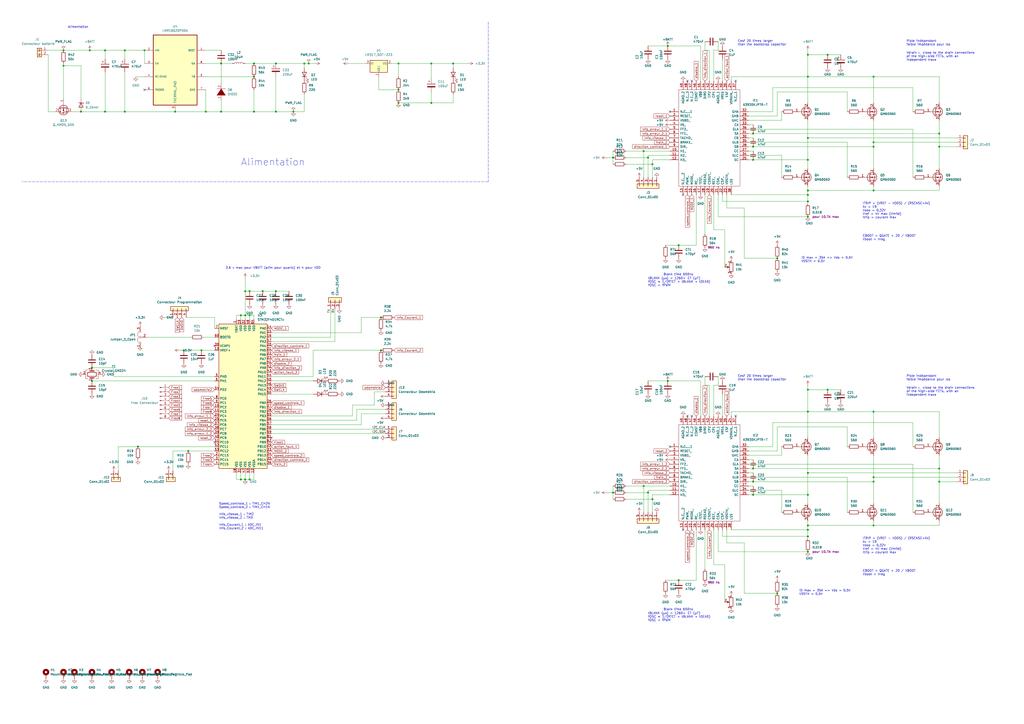
<source format=kicad_sch>
(kicad_sch (version 20211123) (generator eeschema)
  (paper "A2")
  (lib_symbols
    (symbol "Connector:Conn_01x08_Male" (pin_names (offset 1.016) hide)
      (property "Reference" "J" (at 0 10.16 0))
      (property "Value" "Conn_01x08_Male" (at 0 -12.7 0))
      (symbol "Conn_01x08_Male_1_1"
        (pin passive line (at 5.08 7.62 180) (length 3.81) (name "Pin_1") (number "1"))
        (pin passive line (at 5.08 5.08 180) (length 3.81) (name "Pin_2") (number "2"))
        (pin passive line (at 5.08 2.54 180) (length 3.81) (name "Pin_3") (number "3"))
        (pin passive line (at 5.08 0 180) (length 3.81) (name "Pin_4") (number "4"))
        (pin passive line (at 5.08 -2.54 180) (length 3.81) (name "Pin_5") (number "5"))
        (pin passive line (at 5.08 -5.08 180) (length 3.81) (name "Pin_6") (number "6"))
        (pin passive line (at 5.08 -7.62 180) (length 3.81) (name "Pin_7") (number "7"))
        (pin passive line (at 5.08 -10.16 180) (length 3.81) (name "Pin_8") (number "8"))
      )
    )
    (symbol "Connector:Screw_Terminal_01x02" (pin_names (offset 1.016) hide)
      (property "Reference" "J" (at 0 2.54 0))
      (property "Value" "Screw_Terminal_01x02" (at 0 -5.08 0))
      (symbol "Screw_Terminal_01x02_1_1"
        (pin passive line (at -5.08 0 0) (length 3.81) (name "Pin_1") (number "1"))
        (pin passive line (at -5.08 -2.54 0) (length 3.81) (name "Pin_2") (number "2"))
      )
    )
    (symbol "Connector_Generic:Conn_01x02" (pin_names (offset 1.016) hide)
      (property "Reference" "J" (at 0 2.54 0))
      (property "Value" "Conn_01x02" (at 0 -5.08 0))
      (symbol "Conn_01x02_1_1"
        (pin passive line (at -5.08 0 0) (length 3.81) (name "Pin_1") (number "1"))
        (pin passive line (at -5.08 -2.54 0) (length 3.81) (name "Pin_2") (number "2"))
      )
    )
    (symbol "Connector_Generic:Conn_01x03" (pin_names (offset 1.016) hide)
      (property "Reference" "J" (at 0 5.08 0))
      (property "Value" "Conn_01x03" (at 0 -5.08 0))
      (symbol "Conn_01x03_1_1"
        (pin passive line (at -5.08 2.54 0) (length 3.81) (name "Pin_1") (number "1"))
        (pin passive line (at -5.08 0 0) (length 3.81) (name "Pin_2") (number "2"))
        (pin passive line (at -5.08 -2.54 0) (length 3.81) (name "Pin_3") (number "3"))
      )
    )
    (symbol "Connector_Generic:Conn_01x04" (pin_names (offset 1.016) hide)
      (property "Reference" "J" (at 0 5.08 0))
      (property "Value" "Conn_01x04" (at 0 -7.62 0))
      (symbol "Conn_01x04_1_1"
        (pin passive line (at -5.08 2.54 0) (length 3.81) (name "Pin_1") (number "1"))
        (pin passive line (at -5.08 0 0) (length 3.81) (name "Pin_2") (number "2"))
        (pin passive line (at -5.08 -2.54 0) (length 3.81) (name "Pin_3") (number "3"))
        (pin passive line (at -5.08 -5.08 0) (length 3.81) (name "Pin_4") (number "4"))
      )
    )
    (symbol "Connector_Generic:Conn_01x05" (pin_names (offset 1.016) hide)
      (property "Reference" "J" (at 0 7.62 0))
      (property "Value" "Conn_01x05" (at 0 -7.62 0))
      (symbol "Conn_01x05_1_1"
        (pin passive line (at -5.08 5.08 0) (length 3.81) (name "Pin_1") (number "1"))
        (pin passive line (at -5.08 2.54 0) (length 3.81) (name "Pin_2") (number "2"))
        (pin passive line (at -5.08 0 0) (length 3.81) (name "Pin_3") (number "3"))
        (pin passive line (at -5.08 -2.54 0) (length 3.81) (name "Pin_4") (number "4"))
        (pin passive line (at -5.08 -5.08 0) (length 3.81) (name "Pin_5") (number "5"))
      )
    )
    (symbol "Device:C" (pin_numbers hide) (pin_names (offset 0.254))
      (property "Reference" "C" (at 0.635 2.54 0))
      (property "Value" "C" (at 0.635 -2.54 0))
      (symbol "C_1_1"
        (pin passive line (at 0 3.81 270) (length 2.794) (name "~") (number "1"))
        (pin passive line (at 0 -3.81 90) (length 2.794) (name "~") (number "2"))
      )
    )
    (symbol "Device:C_Polarized" (pin_numbers hide) (pin_names (offset 0.254))
      (property "Reference" "C" (at 0.635 2.54 0))
      (property "Value" "C_Polarized" (at 0.635 -2.54 0))
      (symbol "C_Polarized_1_1"
        (pin passive line (at 0 3.81 270) (length 2.794) (name "~") (number "1"))
        (pin passive line (at 0 -3.81 90) (length 2.794) (name "~") (number "2"))
      )
    )
    (symbol "Device:C_Small" (pin_numbers hide) (pin_names (offset 0.254) hide)
      (property "Reference" "C" (at 0.254 1.778 0))
      (property "Value" "C_Small" (at 0.254 -2.032 0))
      (symbol "C_Small_1_1"
        (pin passive line (at 0 2.54 270) (length 2.032) (name "~") (number "1"))
        (pin passive line (at 0 -2.54 90) (length 2.032) (name "~") (number "2"))
      )
    )
    (symbol "Device:Crystal_GND24" (pin_names (offset 1.016) hide)
      (property "Reference" "Y" (at 3.175 5.08 0))
      (property "Value" "Crystal_GND24" (at 3.175 3.175 0))
      (symbol "Crystal_GND24_1_1"
        (pin passive line (at -3.81 0 0) (length 1.27) (name "1") (number "1"))
        (pin passive line (at 0 5.08 270) (length 1.27) (name "2") (number "2"))
        (pin passive line (at 3.81 0 180) (length 1.27) (name "3") (number "3"))
        (pin passive line (at 0 -5.08 90) (length 1.27) (name "4") (number "4"))
      )
    )
    (symbol "Device:D_Zener" (pin_numbers hide) (pin_names (offset 1.016) hide)
      (property "Reference" "D" (at 0 2.54 0))
      (property "Value" "D_Zener" (at 0 -2.54 0))
      (symbol "D_Zener_1_1"
        (pin passive line (at -3.81 0 0) (length 2.54) (name "K") (number "1"))
        (pin passive line (at 3.81 0 180) (length 2.54) (name "A") (number "2"))
      )
    )
    (symbol "Device:L" (pin_numbers hide) (pin_names (offset 1.016) hide)
      (property "Reference" "L" (at -1.27 0 90))
      (property "Value" "L" (at 1.905 0 90))
      (symbol "L_1_1"
        (pin passive line (at 0 3.81 270) (length 1.27) (name "1") (number "1"))
        (pin passive line (at 0 -3.81 90) (length 1.27) (name "2") (number "2"))
      )
    )
    (symbol "Device:LED" (pin_numbers hide) (pin_names (offset 1.016) hide)
      (property "Reference" "D" (at 0 2.54 0))
      (property "Value" "LED" (at 0 -2.54 0))
      (symbol "LED_1_1"
        (pin passive line (at -3.81 0 0) (length 2.54) (name "K") (number "1"))
        (pin passive line (at 3.81 0 180) (length 2.54) (name "A") (number "2"))
      )
    )
    (symbol "Device:Q_NMOS_GDS" (pin_names (offset 0) hide)
      (property "Reference" "Q" (at 5.08 1.27 0))
      (property "Value" "Q_NMOS_GDS" (at 5.08 -1.27 0))
      (symbol "Q_NMOS_GDS_1_1"
        (pin input line (at -5.08 0 0) (length 2.54) (name "G") (number "1"))
        (pin passive line (at 2.54 5.08 270) (length 2.54) (name "D") (number "2"))
        (pin passive line (at 2.54 -5.08 90) (length 2.54) (name "S") (number "3"))
      )
    )
    (symbol "Device:R" (pin_numbers hide) (pin_names (offset 0))
      (property "Reference" "R" (at 2.032 0 90))
      (property "Value" "R" (at 0 0 90))
      (symbol "R_1_1"
        (pin passive line (at 0 3.81 270) (length 1.27) (name "~") (number "1"))
        (pin passive line (at 0 -3.81 90) (length 1.27) (name "~") (number "2"))
      )
    )
    (symbol "Device:R_Potentiometer" (pin_names (offset 1.016) hide)
      (property "Reference" "RV" (at -4.445 0 90))
      (property "Value" "R_Potentiometer" (at -2.54 0 90))
      (symbol "R_Potentiometer_1_1"
        (pin passive line (at 0 3.81 270) (length 1.27) (name "1") (number "1"))
        (pin passive line (at 3.81 0 180) (length 1.27) (name "2") (number "2"))
        (pin passive line (at 0 -3.81 90) (length 1.27) (name "3") (number "3"))
      )
    )
    (symbol "Jumper:Jumper_3_Open" (pin_names (offset 0) hide)
      (property "Reference" "JP" (at -2.54 -2.54 0))
      (property "Value" "Jumper_3_Open" (at 0 2.794 0))
      (symbol "Jumper_3_Open_1_1"
        (pin passive line (at -6.35 0 0) (length 2.54) (name "A") (number "1"))
        (pin passive line (at 0 -3.81 90) (length 2.54) (name "C") (number "2"))
        (pin passive line (at 6.35 0 180) (length 2.54) (name "B") (number "3"))
      )
    )
    (symbol "LMR16020PDDA:LMR16020PDDA" (pin_names (offset 1.016))
      (property "Reference" "U4" (at 0 25.4 0))
      (property "Value" "LMR16020PDDA" (at 0 22.86 0))
      (symbol "LMR16020PDDA_0_0"
        (pin bidirectional line (at 17.78 11.43 180) (length 5.08) (name "BOOT") (number "1"))
        (pin input line (at -17.78 11.43 0) (length 5.08) (name "VIN") (number "2"))
        (pin bidirectional line (at -17.78 3.81 0) (length 5.08) (name "EN") (number "3"))
        (pin bidirectional line (at -17.78 -3.81 0) (length 5.08) (name "RT/SYNC") (number "4"))
        (pin bidirectional line (at 17.78 -3.81 180) (length 5.08) (name "FB") (number "5"))
        (pin bidirectional line (at -17.78 -11.43 0) (length 5.08) (name "PGOOD") (number "6"))
        (pin power_in line (at 17.78 -11.43 180) (length 5.08) (name "GND") (number "7"))
        (pin bidirectional line (at 17.78 3.81 180) (length 5.08) (name "SW") (number "8"))
      )
      (symbol "LMR16020PDDA_1_1"
        (pin bidirectional line (at 0 -22.86 90) (length 2.54) (name "THERMAL_PAD") (number "9"))
      )
    )
    (symbol "MCU_ST_STM32F4:STM32F401RCTx"
      (property "Reference" "U" (at -15.24 41.91 0))
      (property "Value" "STM32F401RCTx" (at 7.62 41.91 0))
      (symbol "STM32F401RCTx_1_1"
        (pin power_in line (at -5.08 43.18 270) (length 2.54) (name "VBAT") (number "1"))
        (pin bidirectional line (at -17.78 -7.62 0) (length 2.54) (name "PC2") (number "10"))
        (pin bidirectional line (at -17.78 -10.16 0) (length 2.54) (name "PC3") (number "11"))
        (pin power_in line (at 5.08 -45.72 90) (length 2.54) (name "VSSA") (number "12"))
        (pin power_in line (at -17.78 25.4 0) (length 2.54) (name "VREF+") (number "13"))
        (pin bidirectional line (at 15.24 38.1 180) (length 2.54) (name "PA0") (number "14"))
        (pin bidirectional line (at 15.24 35.56 180) (length 2.54) (name "PA1") (number "15"))
        (pin bidirectional line (at 15.24 33.02 180) (length 2.54) (name "PA2") (number "16"))
        (pin bidirectional line (at 15.24 30.48 180) (length 2.54) (name "PA3") (number "17"))
        (pin power_in line (at -5.08 -45.72 90) (length 2.54) (name "VSS") (number "18"))
        (pin power_in line (at -2.54 43.18 270) (length 2.54) (name "VDD") (number "19"))
        (pin bidirectional line (at -17.78 -35.56 0) (length 2.54) (name "PC13") (number "2"))
        (pin bidirectional line (at 15.24 27.94 180) (length 2.54) (name "PA4") (number "20"))
        (pin bidirectional line (at 15.24 25.4 180) (length 2.54) (name "PA5") (number "21"))
        (pin bidirectional line (at 15.24 22.86 180) (length 2.54) (name "PA6") (number "22"))
        (pin bidirectional line (at 15.24 20.32 180) (length 2.54) (name "PA7") (number "23"))
        (pin bidirectional line (at -17.78 -12.7 0) (length 2.54) (name "PC4") (number "24"))
        (pin bidirectional line (at -17.78 -15.24 0) (length 2.54) (name "PC5") (number "25"))
        (pin bidirectional line (at 15.24 -5.08 180) (length 2.54) (name "PB0") (number "26"))
        (pin bidirectional line (at 15.24 -7.62 180) (length 2.54) (name "PB1") (number "27"))
        (pin bidirectional line (at 15.24 -10.16 180) (length 2.54) (name "PB2") (number "28"))
        (pin bidirectional line (at 15.24 -30.48 180) (length 2.54) (name "PB10") (number "29"))
        (pin bidirectional line (at -17.78 -38.1 0) (length 2.54) (name "PC14") (number "3"))
        (pin power_in line (at -17.78 27.94 0) (length 2.54) (name "VCAP1") (number "30"))
        (pin power_in line (at -2.54 -45.72 90) (length 2.54) (name "VSS") (number "31"))
        (pin power_in line (at 0 43.18 270) (length 2.54) (name "VDD") (number "32"))
        (pin bidirectional line (at 15.24 -33.02 180) (length 2.54) (name "PB12") (number "33"))
        (pin bidirectional line (at 15.24 -35.56 180) (length 2.54) (name "PB13") (number "34"))
        (pin bidirectional line (at 15.24 -38.1 180) (length 2.54) (name "PB14") (number "35"))
        (pin bidirectional line (at 15.24 -40.64 180) (length 2.54) (name "PB15") (number "36"))
        (pin bidirectional line (at -17.78 -17.78 0) (length 2.54) (name "PC6") (number "37"))
        (pin bidirectional line (at -17.78 -20.32 0) (length 2.54) (name "PC7") (number "38"))
        (pin bidirectional line (at -17.78 -22.86 0) (length 2.54) (name "PC8") (number "39"))
        (pin bidirectional line (at -17.78 -40.64 0) (length 2.54) (name "PC15") (number "4"))
        (pin bidirectional line (at -17.78 -25.4 0) (length 2.54) (name "PC9") (number "40"))
        (pin bidirectional line (at 15.24 17.78 180) (length 2.54) (name "PA8") (number "41"))
        (pin bidirectional line (at 15.24 15.24 180) (length 2.54) (name "PA9") (number "42"))
        (pin bidirectional line (at 15.24 12.7 180) (length 2.54) (name "PA10") (number "43"))
        (pin bidirectional line (at 15.24 10.16 180) (length 2.54) (name "PA11") (number "44"))
        (pin bidirectional line (at 15.24 7.62 180) (length 2.54) (name "PA12") (number "45"))
        (pin bidirectional line (at 15.24 5.08 180) (length 2.54) (name "PA13") (number "46"))
        (pin power_in line (at 0 -45.72 90) (length 2.54) (name "VSS") (number "47"))
        (pin power_in line (at 2.54 43.18 270) (length 2.54) (name "VDD") (number "48"))
        (pin bidirectional line (at 15.24 2.54 180) (length 2.54) (name "PA14") (number "49"))
        (pin input line (at -17.78 10.16 0) (length 2.54) (name "PH0") (number "5"))
        (pin bidirectional line (at 15.24 0 180) (length 2.54) (name "PA15") (number "50"))
        (pin bidirectional line (at -17.78 -27.94 0) (length 2.54) (name "PC10") (number "51"))
        (pin bidirectional line (at -17.78 -30.48 0) (length 2.54) (name "PC11") (number "52"))
        (pin bidirectional line (at -17.78 -33.02 0) (length 2.54) (name "PC12") (number "53"))
        (pin bidirectional line (at -17.78 2.54 0) (length 2.54) (name "PD2") (number "54"))
        (pin bidirectional line (at 15.24 -12.7 180) (length 2.54) (name "PB3") (number "55"))
        (pin bidirectional line (at 15.24 -15.24 180) (length 2.54) (name "PB4") (number "56"))
        (pin bidirectional line (at 15.24 -17.78 180) (length 2.54) (name "PB5") (number "57"))
        (pin bidirectional line (at 15.24 -20.32 180) (length 2.54) (name "PB6") (number "58"))
        (pin bidirectional line (at 15.24 -22.86 180) (length 2.54) (name "PB7") (number "59"))
        (pin input line (at -17.78 7.62 0) (length 2.54) (name "PH1") (number "6"))
        (pin input line (at -17.78 33.02 0) (length 2.54) (name "BOOT0") (number "60"))
        (pin bidirectional line (at 15.24 -25.4 180) (length 2.54) (name "PB8") (number "61"))
        (pin bidirectional line (at 15.24 -27.94 180) (length 2.54) (name "PB9") (number "62"))
        (pin power_in line (at 2.54 -45.72 90) (length 2.54) (name "VSS") (number "63"))
        (pin power_in line (at 5.08 43.18 270) (length 2.54) (name "VDD") (number "64"))
        (pin input line (at -17.78 38.1 0) (length 2.54) (name "NRST") (number "7"))
        (pin bidirectional line (at -17.78 -2.54 0) (length 2.54) (name "PC0") (number "8"))
        (pin bidirectional line (at -17.78 -5.08 0) (length 2.54) (name "PC1") (number "9"))
      )
    )
    (symbol "Mechanical:MountingHole_Pad" (pin_numbers hide) (pin_names (offset 1.016) hide)
      (property "Reference" "H" (at 0 6.35 0))
      (property "Value" "MountingHole_Pad" (at 0 4.445 0))
      (symbol "MountingHole_Pad_1_1"
        (pin input line (at 0 -2.54 90) (length 2.54) (name "1") (number "1"))
      )
    )
    (symbol "Regulator_Linear:LM317_SOT-223" (pin_names (offset 0.254))
      (property "Reference" "U" (at -3.81 3.175 0))
      (property "Value" "LM317_SOT-223" (at 0 3.175 0))
      (symbol "LM317_SOT-223_1_1"
        (pin input line (at 0 -7.62 90) (length 2.54) (name "ADJ") (number "1"))
        (pin power_out line (at 7.62 0 180) (length 2.54) (name "VO") (number "2"))
        (pin power_in line (at -7.62 0 0) (length 2.54) (name "VI") (number "3"))
      )
    )
    (symbol "Transistor_FET:QM6006D" (pin_names hide)
      (property "Reference" "Q" (at 5.08 1.905 0))
      (property "Value" "QM6006D" (at 5.08 0 0))
      (symbol "QM6006D_1_1"
        (pin input line (at -5.08 0 0) (length 2.54) (name "G") (number "1"))
        (pin passive line (at 2.54 5.08 270) (length 2.54) (name "D") (number "2"))
        (pin passive line (at 2.54 -5.08 90) (length 2.54) (name "S") (number "3"))
      )
    )
    (symbol "a3930kjptr-t:A3930KJPTR-T" (pin_names (offset 0.762))
      (property "Reference" "IC1" (at 49.53 6.5788 0))
      (property "Value" "A3930KJPTR-T" (at 49.53 4.0388 0))
      (symbol "A3930KJPTR-T_0_0"
        (pin passive line (at 0 0 0) (length 5.08) (name "N.C.__1") (number "1"))
        (pin passive line (at 0 -22.86 0) (length 5.08) (name "H1_") (number "10"))
        (pin passive line (at 0 -25.4 0) (length 5.08) (name "H2_") (number "11"))
        (pin passive line (at 0 -27.94 0) (length 5.08) (name "H3_") (number "12"))
        (pin passive line (at 7.62 -48.26 90) (length 5.08) (name "N.C.__2") (number "13"))
        (pin passive line (at 10.16 -48.26 90) (length 5.08) (name "PWM_") (number "14"))
        (pin passive line (at 12.7 -48.26 90) (length 5.08) (name "MODE_") (number "15"))
        (pin passive line (at 15.24 -48.26 90) (length 5.08) (name "RC_") (number "16"))
        (pin passive line (at 17.78 -48.26 90) (length 5.08) (name "TEST_") (number "17"))
        (pin passive line (at 20.32 -48.26 90) (length 5.08) (name "RDEAD_") (number "18"))
        (pin passive line (at 22.86 -48.26 90) (length 5.08) (name "CSOUT_") (number "19"))
        (pin passive line (at 0 -2.54 0) (length 5.08) (name "RESET_") (number "2"))
        (pin passive line (at 25.4 -48.26 90) (length 5.08) (name "REF_") (number "20"))
        (pin passive line (at 27.94 -48.26 90) (length 5.08) (name "CSN_") (number "21"))
        (pin passive line (at 30.48 -48.26 90) (length 5.08) (name "CSP_") (number "22"))
        (pin passive line (at 33.02 -48.26 90) (length 5.08) (name "VDSTH_") (number "23"))
        (pin passive line (at 35.56 17.78 270) (length 5.08) (name "VDRAIN_") (number "24"))
        (pin passive line (at 45.72 -27.94 180) (length 5.08) (name "SC") (number "25"))
        (pin passive line (at 45.72 -5.08 180) (length 5.08) (name "GHC") (number "26"))
        (pin passive line (at 45.72 -22.86 180) (length 5.08) (name "CC") (number "27"))
        (pin passive line (at 45.72 -20.32 180) (length 5.08) (name "SB") (number "28"))
        (pin passive line (at 45.72 -2.54 180) (length 5.08) (name "GHB") (number "29"))
        (pin passive line (at 0 -5.08 0) (length 5.08) (name "V5BD_") (number "3"))
        (pin passive line (at 45.72 -15.24 180) (length 5.08) (name "CB") (number "30"))
        (pin passive line (at 45.72 -12.7 180) (length 5.08) (name "SA") (number "31"))
        (pin passive line (at 45.72 0 180) (length 5.08) (name "GHA") (number "32"))
        (pin passive line (at 45.72 -7.62 180) (length 5.08) (name "CA") (number "33"))
        (pin passive line (at 45.72 -25.4 180) (length 5.08) (name "GLC") (number "34"))
        (pin passive line (at 45.72 -17.78 180) (length 5.08) (name "GLB") (number "35"))
        (pin passive line (at 45.72 -10.16 180) (length 5.08) (name "GLA") (number "36"))
        (pin passive line (at 38.1 17.78 270) (length 5.08) (name "N.C._1") (number "37"))
        (pin passive line (at 35.56 -48.26 90) (length 5.08) (name "LSS") (number "38"))
        (pin passive line (at 33.02 17.78 270) (length 5.08) (name "ESF") (number "39"))
        (pin passive line (at 0 -7.62 0) (length 5.08) (name "V5_") (number "4"))
        (pin passive line (at 30.48 17.78 270) (length 5.08) (name "VREG") (number "40"))
        (pin passive line (at 27.94 17.78 270) (length 5.08) (name "AGND_1") (number "41"))
        (pin passive line (at 25.4 17.78 270) (length 5.08) (name "CP1") (number "42"))
        (pin passive line (at 22.86 17.78 270) (length 5.08) (name "CP2") (number "43"))
        (pin passive line (at 20.32 17.78 270) (length 5.08) (name "DIRO") (number "44"))
        (pin passive line (at 17.78 17.78 270) (length 5.08) (name "VBB") (number "45"))
        (pin passive line (at 15.24 17.78 270) (length 5.08) (name "COAST") (number "46"))
        (pin passive line (at 12.7 17.78 270) (length 5.08) (name "N.C._2") (number "47"))
        (pin passive line (at 10.16 17.78 270) (length 5.08) (name "N.C._3") (number "48"))
        (pin passive line (at 7.62 17.78 270) (length 5.08) (name "AGND_2") (number "49"))
        (pin passive line (at 0 -10.16 0) (length 5.08) (name "FF2_") (number "5"))
        (pin passive line (at 0 -12.7 0) (length 5.08) (name "FF1_") (number "6"))
        (pin passive line (at 0 -15.24 0) (length 5.08) (name "TACHO_") (number "7"))
        (pin passive line (at 0 -17.78 0) (length 5.08) (name "BRAKE_") (number "8"))
        (pin passive line (at 0 -20.32 0) (length 5.08) (name "DIR_") (number "9"))
      )
    )
    (symbol "power:+3.3V" (power) (pin_names (offset 0))
      (property "Value" "+3.3V" (at 0 3.556 0))
      (symbol "+3.3V_1_1"
        (pin power_in line (at 0 0 90) (length 0) hide (name "+3.3V") (number "1"))
      )
    )
    (symbol "power:+5V" (power) (pin_names (offset 0))
      (property "Value" "+5V" (at 0 3.556 0))
      (symbol "+5V_1_1"
        (pin power_in line (at 0 0 90) (length 0) hide (name "+5V") (number "1"))
      )
    )
    (symbol "power:+BATT" (power) (pin_names (offset 0))
      (property "Value" "+BATT" (at 0 3.556 0))
      (symbol "+BATT_1_1"
        (pin power_in line (at 0 0 90) (length 0) hide (name "+BATT") (number "1"))
      )
    )
    (symbol "power:GND" (power) (pin_names (offset 0))
      (property "Value" "GND" (at 0 -3.81 0))
      (symbol "GND_1_1"
        (pin power_in line (at 0 0 270) (length 0) hide (name "GND") (number "1"))
      )
    )
    (symbol "power:PWR_FLAG" (power) (pin_numbers hide) (pin_names (offset 0) hide)
      (property "Value" "PWR_FLAG" (at 0 3.81 0))
      (symbol "PWR_FLAG_0_0"
        (pin power_out line (at 0 0 90) (length 0) (name "pwr") (number "1"))
      )
    )
    (symbol "pspice:DIODE" (pin_names (offset 1.016) hide)
      (property "Reference" "D" (at 0 3.81 0))
      (property "Value" "DIODE" (at 0 -4.445 0))
      (symbol "DIODE_1_1"
        (pin input line (at -5.08 0 0) (length 3.81) (name "K") (number "1"))
        (pin input line (at 5.08 0 180) (length 3.81) (name "A") (number "2"))
      )
    )
  )
  (junction (at 436.88 271.78))
  (junction (at 468.63 274.32))
  (junction (at 231.14 59.69))
  (junction (at 436.88 85.09))
  (junction (at 468.63 226.06))
  (junction (at 450.85 149.86))
  (junction (at 436.88 287.02))
  (junction (at 144.78 168.91))
  (junction (at 144.78 182.88))
  (junction (at 436.88 279.4))
  (junction (at 544.83 85.09))
  (junction (at 142.24 278.13))
  (junction (at 53.34 213.36))
  (junction (at 373.38 87.63))
  (junction (at 179.07 36.83))
  (junction (at 116.84 203.2))
  (junction (at 80.01 259.08))
  (junction (at 160.02 36.83))
  (junction (at 480.06 226.06))
  (junction (at 544.83 279.4))
  (junction (at 468.63 116.84))
  (junction (at 106.68 203.2))
  (junction (at 109.22 261.62))
  (junction (at 468.63 110.49))
  (junction (at 506.73 44.45))
  (junction (at 436.88 92.71))
  (junction (at 53.34 220.98))
  (junction (at 506.73 279.4))
  (junction (at 36.83 38.1))
  (junction (at 468.63 287.02))
  (junction (at 387.35 220.98))
  (junction (at 160.02 168.91))
  (junction (at 468.63 238.76))
  (junction (at 72.39 29.21))
  (junction (at 231.14 52.07))
  (junction (at 355.6 91.44))
  (junction (at 387.35 26.67))
  (junction (at 60.96 29.21))
  (junction (at 393.7 336.55))
  (junction (at 506.73 82.55))
  (junction (at 231.14 36.83))
  (junction (at 468.63 31.75))
  (junction (at 139.7 278.13))
  (junction (at 355.6 285.75))
  (junction (at 468.63 44.45))
  (junction (at 101.6 64.77))
  (junction (at 144.78 278.13))
  (junction (at 375.92 285.75))
  (junction (at 52.07 29.21))
  (junction (at 506.73 110.49))
  (junction (at 393.7 142.24))
  (junction (at 83.82 29.21))
  (junction (at 220.98 184.15))
  (junction (at 468.63 113.03))
  (junction (at 139.7 182.88))
  (junction (at 378.46 289.56))
  (junction (at 506.73 238.76))
  (junction (at 128.27 36.83))
  (junction (at 375.92 91.44))
  (junction (at 544.83 77.47))
  (junction (at 436.88 77.47))
  (junction (at 468.63 125.73))
  (junction (at 373.38 281.94))
  (junction (at 450.85 344.17))
  (junction (at 468.63 304.8))
  (junction (at 506.73 304.8))
  (junction (at 250.19 59.69))
  (junction (at 378.46 95.25))
  (junction (at 46.99 64.77))
  (junction (at 262.89 36.83))
  (junction (at 147.32 44.45))
  (junction (at 72.39 64.77))
  (junction (at 468.63 311.15))
  (junction (at 36.83 29.21))
  (junction (at 468.63 307.34))
  (junction (at 468.63 80.01))
  (junction (at 220.98 203.2))
  (junction (at 142.24 182.88))
  (junction (at 170.18 64.77))
  (junction (at 119.38 64.77))
  (junction (at 147.32 36.83))
  (junction (at 152.4 168.91))
  (junction (at 160.02 64.77))
  (junction (at 128.27 64.77))
  (junction (at 468.63 320.04))
  (junction (at 480.06 31.75))
  (junction (at 60.96 64.77))
  (junction (at 468.63 92.71))
  (junction (at 176.53 36.83))
  (junction (at 506.73 276.86))
  (junction (at 147.32 64.77))
  (junction (at 544.83 271.78))
  (junction (at 142.24 168.91))
  (junction (at 506.73 85.09))
  (junction (at 250.19 36.83))
  (no_connect (at 426.72 241.3))
  (no_connect (at 83.82 52.07))
  (no_connect (at 124.46 256.54))
  (no_connect (at 157.48 254))
  (no_connect (at 396.24 307.34))
  (no_connect (at 426.72 46.99))
  (no_connect (at 401.32 46.99))
  (no_connect (at 398.78 46.99))
  (no_connect (at 396.24 113.03))
  (no_connect (at 388.62 64.77))
  (no_connect (at 398.78 241.3))
  (no_connect (at 401.32 241.3))
  (no_connect (at 124.46 200.66))
  (no_connect (at 388.62 259.08))
  (wire (pts (xy 506.73 69.85) (xy 506.73 82.55)))
  (wire (pts (xy 434.34 67.31) (xy 450.85 67.31)))
  (wire (pts (xy 529.59 245.11) (xy 529.59 259.08)))
  (wire (pts (xy 124.46 220.98) (xy 53.34 220.98)))
  (wire (pts (xy 468.63 44.45) (xy 506.73 44.45)))
  (wire (pts (xy 124.46 184.15) (xy 124.46 190.5)))
  (wire (pts (xy 209.55 240.03) (xy 223.52 240.03)))
  (wire (pts (xy 434.34 82.55) (xy 491.49 82.55)))
  (wire (pts (xy 468.63 80.01) (xy 468.63 92.71)))
  (wire (pts (xy 529.59 50.8) (xy 529.59 64.77)))
  (wire (pts (xy 41.91 64.77) (xy 46.99 64.77)))
  (wire (pts (xy 491.49 82.55) (xy 491.49 102.87)))
  (wire (pts (xy 416.56 320.04) (xy 468.63 320.04)))
  (wire (pts (xy 250.19 59.69) (xy 231.14 59.69)))
  (wire (pts (xy 544.83 264.16) (xy 544.83 271.78)))
  (wire (pts (xy 142.24 274.32) (xy 142.24 278.13)))
  (wire (pts (xy 378.46 102.87) (xy 378.46 95.25)))
  (wire (pts (xy 152.4 168.91) (xy 160.02 168.91)))
  (wire (pts (xy 434.34 90.17) (xy 453.39 90.17)))
  (wire (pts (xy 434.34 264.16) (xy 453.39 264.16)))
  (wire (pts (xy 544.83 271.78) (xy 544.83 279.4)))
  (wire (pts (xy 147.32 185.42) (xy 147.32 182.88)))
  (wire (pts (xy 207.01 237.49) (xy 223.52 237.49)))
  (wire (pts (xy 468.63 110.49) (xy 468.63 113.03)))
  (wire (pts (xy 468.63 110.49) (xy 506.73 110.49)))
  (wire (pts (xy 355.6 281.94) (xy 355.6 285.75)))
  (wire (pts (xy 95.25 184.15) (xy 100.33 184.15)))
  (wire (pts (xy 27.94 29.21) (xy 36.83 29.21)))
  (wire (pts (xy 450.85 53.34) (xy 491.49 53.34)))
  (wire (pts (xy 434.34 279.4) (xy 436.88 279.4)))
  (wire (pts (xy 378.46 92.71) (xy 388.62 92.71)))
  (wire (pts (xy 250.19 36.83) (xy 250.19 45.72)))
  (wire (pts (xy 544.83 304.8) (xy 544.83 302.26)))
  (wire (pts (xy 142.24 168.91) (xy 144.78 168.91)))
  (wire (pts (xy 411.48 29.21) (xy 411.48 46.99)))
  (wire (pts (xy 434.34 269.24) (xy 529.59 269.24)))
  (wire (pts (xy 414.02 327.66) (xy 420.37 327.66)))
  (wire (pts (xy 408.94 223.52) (xy 411.48 223.52)))
  (wire (pts (xy 431.8 120.65) (xy 431.8 149.86)))
  (wire (pts (xy 468.63 307.34) (xy 468.63 311.15)))
  (wire (pts (xy 491.49 53.34) (xy 491.49 64.77)))
  (wire (pts (xy 157.48 246.38) (xy 209.55 246.38)))
  (wire (pts (xy 468.63 238.76) (xy 506.73 238.76)))
  (wire (pts (xy 419.1 307.34) (xy 419.1 311.15)))
  (wire (pts (xy 506.73 110.49) (xy 544.83 110.49)))
  (wire (pts (xy 408.94 330.2) (xy 408.94 307.34)))
  (wire (pts (xy 419.1 228.6) (xy 419.1 241.3)))
  (wire (pts (xy 157.48 193.04) (xy 209.55 193.04)))
  (wire (pts (xy 231.14 36.83) (xy 250.19 36.83)))
  (wire (pts (xy 414.02 113.03) (xy 414.02 133.35)))
  (wire (pts (xy 101.6 64.77) (xy 119.38 64.77)))
  (wire (pts (xy 506.73 44.45) (xy 506.73 59.69)))
  (wire (pts (xy 72.39 41.91) (xy 72.39 64.77)))
  (wire (pts (xy 139.7 185.42) (xy 139.7 182.88)))
  (wire (pts (xy 157.48 195.58) (xy 191.77 195.58)))
  (wire (pts (xy 128.27 36.83) (xy 134.62 36.83)))
  (wire (pts (xy 160.02 168.91) (xy 167.64 168.91)))
  (wire (pts (xy 116.84 203.2) (xy 124.46 203.2)))
  (wire (pts (xy 436.88 92.71) (xy 468.63 92.71)))
  (wire (pts (xy 416.56 223.52) (xy 416.56 218.44)))
  (wire (pts (xy 231.14 36.83) (xy 231.14 44.45)))
  (wire (pts (xy 506.73 238.76) (xy 506.73 254)))
  (wire (pts (xy 450.85 67.31) (xy 450.85 53.34)))
  (wire (pts (xy 160.02 44.45) (xy 160.02 64.77)))
  (wire (pts (xy 434.34 64.77) (xy 448.31 64.77)))
  (wire (pts (xy 386.08 142.24) (xy 393.7 142.24)))
  (wire (pts (xy 375.92 220.98) (xy 387.35 220.98)))
  (wire (pts (xy 378.46 289.56) (xy 378.46 287.02)))
  (wire (pts (xy 375.92 91.44) (xy 375.92 90.17)))
  (wire (pts (xy 431.8 149.86) (xy 450.85 149.86)))
  (wire (pts (xy 355.6 285.75) (xy 355.6 289.56)))
  (wire (pts (xy 434.34 276.86) (xy 491.49 276.86)))
  (wire (pts (xy 142.24 278.13) (xy 144.78 278.13)))
  (wire (pts (xy 468.63 116.84) (xy 468.63 118.11)))
  (wire (pts (xy 468.63 311.15) (xy 468.63 312.42)))
  (wire (pts (xy 468.63 274.32) (xy 554.99 274.32)))
  (polyline (pts (xy 283.21 105.41) (xy 12.7 105.41)))
  (wire (pts (xy 109.22 261.62) (xy 100.33 261.62)))
  (wire (pts (xy 544.83 85.09) (xy 554.99 85.09)))
  (wire (pts (xy 434.34 274.32) (xy 436.88 274.32)))
  (wire (pts (xy 419.1 34.29) (xy 419.1 46.99)))
  (wire (pts (xy 424.18 241.3) (xy 424.18 238.76)))
  (wire (pts (xy 544.83 238.76) (xy 544.83 254)))
  (wire (pts (xy 453.39 264.16) (xy 453.39 259.08)))
  (wire (pts (xy 421.64 113.03) (xy 421.64 120.65)))
  (wire (pts (xy 506.73 82.55) (xy 554.99 82.55)))
  (wire (pts (xy 60.96 34.29) (xy 60.96 29.21)))
  (wire (pts (xy 176.53 36.83) (xy 176.53 39.37)))
  (wire (pts (xy 147.32 182.88) (xy 144.78 182.88)))
  (wire (pts (xy 434.34 261.62) (xy 450.85 261.62)))
  (wire (pts (xy 468.63 69.85) (xy 468.63 80.01)))
  (wire (pts (xy 147.32 36.83) (xy 160.02 36.83)))
  (wire (pts (xy 66.04 218.44) (xy 124.46 218.44)))
  (wire (pts (xy 179.07 36.83) (xy 182.88 36.83)))
  (wire (pts (xy 66.04 213.36) (xy 66.04 218.44)))
  (wire (pts (xy 262.89 36.83) (xy 271.78 36.83)))
  (wire (pts (xy 419.1 311.15) (xy 468.63 311.15)))
  (wire (pts (xy 36.83 29.21) (xy 52.07 29.21)))
  (wire (pts (xy 139.7 182.88) (xy 142.24 182.88)))
  (wire (pts (xy 434.34 80.01) (xy 436.88 80.01)))
  (wire (pts (xy 80.01 259.08) (xy 124.46 259.08)))
  (wire (pts (xy 378.46 297.18) (xy 378.46 289.56)))
  (wire (pts (xy 436.88 287.02) (xy 468.63 287.02)))
  (wire (pts (xy 119.38 29.21) (xy 128.27 29.21)))
  (wire (pts (xy 544.83 44.45) (xy 544.83 59.69)))
  (wire (pts (xy 506.73 238.76) (xy 544.83 238.76)))
  (wire (pts (xy 262.89 54.61) (xy 262.89 59.69)))
  (wire (pts (xy 450.85 247.65) (xy 491.49 247.65)))
  (wire (pts (xy 60.96 64.77) (xy 72.39 64.77)))
  (wire (pts (xy 142.24 36.83) (xy 147.32 36.83)))
  (wire (pts (xy 147.32 278.13) (xy 147.32 274.32)))
  (wire (pts (xy 414.02 223.52) (xy 416.56 223.52)))
  (wire (pts (xy 414.02 29.21) (xy 416.56 29.21)))
  (wire (pts (xy 100.33 261.62) (xy 100.33 273.05)))
  (wire (pts (xy 421.64 120.65) (xy 431.8 120.65)))
  (wire (pts (xy 78.74 44.45) (xy 83.82 44.45)))
  (wire (pts (xy 431.8 314.96) (xy 431.8 344.17)))
  (wire (pts (xy 191.77 195.58) (xy 191.77 179.07)))
  (wire (pts (xy 142.24 182.88) (xy 144.78 182.88)))
  (wire (pts (xy 434.34 287.02) (xy 436.88 287.02)))
  (wire (pts (xy 60.96 41.91) (xy 60.96 64.77)))
  (wire (pts (xy 157.48 243.84) (xy 207.01 243.84)))
  (wire (pts (xy 406.4 26.67) (xy 406.4 46.99)))
  (wire (pts (xy 448.31 245.11) (xy 529.59 245.11)))
  (wire (pts (xy 110.49 195.58) (xy 85.09 195.58)))
  (wire (pts (xy 80.01 259.08) (xy 68.58 259.08)))
  (wire (pts (xy 160.02 36.83) (xy 176.53 36.83)))
  (polyline (pts (xy 283.21 12.7) (xy 283.21 105.41)))
  (wire (pts (xy 227.33 36.83) (xy 231.14 36.83)))
  (wire (pts (xy 142.24 168.91) (xy 142.24 182.88)))
  (wire (pts (xy 378.46 95.25) (xy 378.46 92.71)))
  (wire (pts (xy 468.63 92.71) (xy 468.63 97.79)))
  (wire (pts (xy 46.99 38.1) (xy 46.99 57.15)))
  (wire (pts (xy 53.34 213.36) (xy 66.04 213.36)))
  (wire (pts (xy 416.56 125.73) (xy 468.63 125.73)))
  (wire (pts (xy 355.6 87.63) (xy 355.6 91.44)))
  (wire (pts (xy 468.63 304.8) (xy 506.73 304.8)))
  (wire (pts (xy 144.78 185.42) (xy 144.78 182.88)))
  (wire (pts (xy 468.63 31.75) (xy 468.63 44.45)))
  (wire (pts (xy 52.07 29.21) (xy 60.96 29.21)))
  (wire (pts (xy 157.48 220.98) (xy 181.61 220.98)))
  (wire (pts (xy 468.63 274.32) (xy 468.63 287.02)))
  (wire (pts (xy 544.83 110.49) (xy 544.83 107.95)))
  (wire (pts (xy 83.82 29.21) (xy 83.82 36.83)))
  (wire (pts (xy 144.78 278.13) (xy 147.32 278.13)))
  (wire (pts (xy 219.71 52.07) (xy 231.14 52.07)))
  (wire (pts (xy 448.31 64.77) (xy 448.31 50.8)))
  (wire (pts (xy 416.56 307.34) (xy 416.56 320.04)))
  (wire (pts (xy 468.63 29.21) (xy 468.63 31.75)))
  (wire (pts (xy 434.34 284.48) (xy 453.39 284.48)))
  (wire (pts (xy 375.92 26.67) (xy 387.35 26.67)))
  (wire (pts (xy 250.19 53.34) (xy 250.19 59.69)))
  (wire (pts (xy 393.7 336.55) (xy 403.86 336.55)))
  (wire (pts (xy 139.7 278.13) (xy 142.24 278.13)))
  (wire (pts (xy 363.22 95.25) (xy 378.46 95.25)))
  (wire (pts (xy 157.48 218.44) (xy 181.61 218.44)))
  (wire (pts (xy 434.34 271.78) (xy 436.88 271.78)))
  (wire (pts (xy 363.22 285.75) (xy 375.92 285.75)))
  (wire (pts (xy 434.34 266.7) (xy 436.88 266.7)))
  (wire (pts (xy 119.38 64.77) (xy 128.27 64.77)))
  (wire (pts (xy 468.63 226.06) (xy 468.63 238.76)))
  (wire (pts (xy 424.18 238.76) (xy 468.63 238.76)))
  (wire (pts (xy 351.79 285.75) (xy 355.6 285.75)))
  (wire (pts (xy 217.17 234.95) (xy 217.17 227.33)))
  (wire (pts (xy 506.73 107.95) (xy 506.73 110.49)))
  (wire (pts (xy 387.35 220.98) (xy 406.4 220.98)))
  (wire (pts (xy 434.34 77.47) (xy 436.88 77.47)))
  (wire (pts (xy 491.49 276.86) (xy 491.49 297.18)))
  (wire (pts (xy 424.18 113.03) (xy 468.63 113.03)))
  (wire (pts (xy 176.53 64.77) (xy 176.53 54.61)))
  (wire (pts (xy 434.34 69.85) (xy 453.39 69.85)))
  (wire (pts (xy 453.39 284.48) (xy 453.39 297.18)))
  (wire (pts (xy 468.63 287.02) (xy 468.63 292.1)))
  (wire (pts (xy 468.63 44.45) (xy 468.63 59.69)))
  (wire (pts (xy 137.16 182.88) (xy 139.7 182.88)))
  (wire (pts (xy 128.27 64.77) (xy 147.32 64.77)))
  (wire (pts (xy 434.34 259.08) (xy 448.31 259.08)))
  (wire (pts (xy 468.63 113.03) (xy 468.63 116.84)))
  (wire (pts (xy 157.48 228.6) (xy 181.61 228.6)))
  (wire (pts (xy 147.32 64.77) (xy 160.02 64.77)))
  (wire (pts (xy 378.46 287.02) (xy 388.62 287.02)))
  (wire (pts (xy 468.63 226.06) (xy 480.06 226.06)))
  (wire (pts (xy 544.83 279.4) (xy 544.83 292.1)))
  (wire (pts (xy 204.47 234.95) (xy 217.17 234.95)))
  (wire (pts (xy 72.39 29.21) (xy 83.82 29.21)))
  (wire (pts (xy 419.1 113.03) (xy 419.1 116.84)))
  (wire (pts (xy 207.01 243.84) (xy 207.01 237.49)))
  (wire (pts (xy 204.47 241.3) (xy 204.47 234.95)))
  (wire (pts (xy 436.88 85.09) (xy 506.73 85.09)))
  (wire (pts (xy 506.73 276.86) (xy 554.99 276.86)))
  (wire (pts (xy 373.38 281.94) (xy 388.62 281.94)))
  (wire (pts (xy 544.83 69.85) (xy 544.83 77.47)))
  (wire (pts (xy 137.16 274.32) (xy 137.16 278.13)))
  (wire (pts (xy 201.93 36.83) (xy 212.09 36.83)))
  (wire (pts (xy 36.83 36.83) (xy 36.83 38.1)))
  (wire (pts (xy 434.34 92.71) (xy 436.88 92.71)))
  (wire (pts (xy 480.06 31.75) (xy 487.68 31.75)))
  (wire (pts (xy 157.48 251.46) (xy 223.52 251.46)))
  (wire (pts (xy 424.18 44.45) (xy 468.63 44.45)))
  (wire (pts (xy 128.27 48.26) (xy 128.27 36.83)))
  (wire (pts (xy 27.94 31.75) (xy 27.94 64.77)))
  (wire (pts (xy 363.22 87.63) (xy 373.38 87.63)))
  (wire (pts (xy 363.22 281.94) (xy 373.38 281.94)))
  (wire (pts (xy 104.14 203.2) (xy 106.68 203.2)))
  (wire (pts (xy 72.39 34.29) (xy 72.39 29.21)))
  (wire (pts (xy 506.73 276.86) (xy 506.73 279.4)))
  (wire (pts (xy 181.61 218.44) (xy 181.61 203.2)))
  (wire (pts (xy 436.88 271.78) (xy 544.83 271.78)))
  (wire (pts (xy 480.06 226.06) (xy 487.68 226.06)))
  (wire (pts (xy 373.38 87.63) (xy 373.38 102.87)))
  (wire (pts (xy 36.83 38.1) (xy 36.83 57.15)))
  (wire (pts (xy 420.37 327.66) (xy 420.37 349.25)))
  (wire (pts (xy 119.38 36.83) (xy 128.27 36.83)))
  (wire (pts (xy 219.71 52.07) (xy 219.71 44.45)))
  (wire (pts (xy 544.83 77.47) (xy 544.83 85.09)))
  (wire (pts (xy 36.83 38.1) (xy 46.99 38.1)))
  (wire (pts (xy 217.17 227.33) (xy 223.52 227.33)))
  (wire (pts (xy 468.63 107.95) (xy 468.63 110.49)))
  (wire (pts (xy 375.92 90.17) (xy 388.62 90.17)))
  (wire (pts (xy 403.86 113.03) (xy 403.86 142.24)))
  (wire (pts (xy 81.28 200.66) (xy 81.28 201.93)))
  (wire (pts (xy 27.94 64.77) (xy 31.75 64.77)))
  (wire (pts (xy 176.53 36.83) (xy 179.07 36.83)))
  (wire (pts (xy 408.94 218.44) (xy 408.94 223.52)))
  (wire (pts (xy 450.85 261.62) (xy 450.85 247.65)))
  (wire (pts (xy 468.63 302.26) (xy 468.63 304.8)))
  (wire (pts (xy 544.83 85.09) (xy 544.83 97.79)))
  (wire (pts (xy 375.92 285.75) (xy 375.92 297.18)))
  (wire (pts (xy 414.02 46.99) (xy 414.02 29.21)))
  (wire (pts (xy 109.22 261.62) (xy 124.46 261.62)))
  (wire (pts (xy 181.61 203.2) (xy 220.98 203.2)))
  (wire (pts (xy 137.16 278.13) (xy 139.7 278.13)))
  (wire (pts (xy 506.73 82.55) (xy 506.73 85.09)))
  (wire (pts (xy 491.49 247.65) (xy 491.49 259.08)))
  (wire (pts (xy 386.08 336.55) (xy 393.7 336.55)))
  (wire (pts (xy 468.63 80.01) (xy 554.99 80.01)))
  (wire (pts (xy 434.34 85.09) (xy 436.88 85.09)))
  (wire (pts (xy 436.88 279.4) (xy 506.73 279.4)))
  (wire (pts (xy 119.38 52.07) (xy 119.38 64.77)))
  (wire (pts (xy 375.92 284.48) (xy 388.62 284.48)))
  (wire (pts (xy 147.32 52.07) (xy 147.32 64.77)))
  (wire (pts (xy 424.18 307.34) (xy 468.63 307.34)))
  (wire (pts (xy 434.34 74.93) (xy 529.59 74.93)))
  (wire (pts (xy 408.94 24.13) (xy 408.94 29.21)))
  (wire (pts (xy 468.63 238.76) (xy 468.63 254)))
  (wire (pts (xy 157.48 241.3) (xy 204.47 241.3)))
  (wire (pts (xy 157.48 248.92) (xy 223.52 248.92)))
  (wire (pts (xy 373.38 281.94) (xy 373.38 297.18)))
  (wire (pts (xy 506.73 302.26) (xy 506.73 304.8)))
  (wire (pts (xy 468.63 31.75) (xy 480.06 31.75)))
  (wire (pts (xy 529.59 74.93) (xy 529.59 102.87)))
  (wire (pts (xy 431.8 344.17) (xy 450.85 344.17)))
  (wire (pts (xy 128.27 58.42) (xy 128.27 64.77)))
  (wire (pts (xy 506.73 304.8) (xy 544.83 304.8)))
  (wire (pts (xy 387.35 26.67) (xy 406.4 26.67)))
  (wire (pts (xy 209.55 246.38) (xy 209.55 240.03)))
  (wire (pts (xy 414.02 133.35) (xy 420.37 133.35)))
  (wire (pts (xy 448.31 50.8) (xy 529.59 50.8)))
  (wire (pts (xy 453.39 69.85) (xy 453.39 64.77)))
  (wire (pts (xy 101.6 63.5) (xy 101.6 64.77)))
  (wire (pts (xy 424.18 46.99) (xy 424.18 44.45)))
  (wire (pts (xy 448.31 259.08) (xy 448.31 245.11)))
  (wire (pts (xy 170.18 64.77) (xy 176.53 64.77)))
  (wire (pts (xy 72.39 64.77) (xy 101.6 64.77)))
  (wire (pts (xy 373.38 87.63) (xy 388.62 87.63)))
  (wire (pts (xy 363.22 289.56) (xy 378.46 289.56)))
  (wire (pts (xy 209.55 193.04) (xy 209.55 184.15)))
  (wire (pts (xy 194.31 198.12) (xy 194.31 179.07)))
  (wire (pts (xy 107.95 184.15) (xy 124.46 184.15)))
  (wire (pts (xy 506.73 44.45) (xy 544.83 44.45)))
  (wire (pts (xy 250.19 36.83) (xy 262.89 36.83)))
  (wire (pts (xy 46.99 64.77) (xy 60.96 64.77)))
  (wire (pts (xy 408.94 135.89) (xy 408.94 113.03)))
  (wire (pts (xy 506.73 85.09) (xy 506.73 97.79)))
  (wire (pts (xy 119.38 44.45) (xy 147.32 44.45)))
  (wire (pts (xy 209.55 184.15) (xy 220.98 184.15)))
  (wire (pts (xy 416.56 29.21) (xy 416.56 24.13)))
  (wire (pts (xy 406.4 220.98) (xy 406.4 241.3)))
  (wire (pts (xy 436.88 77.47) (xy 544.83 77.47)))
  (wire (pts (xy 506.73 279.4) (xy 506.73 292.1)))
  (wire (pts (xy 144.78 168.91) (xy 152.4 168.91)))
  (wire (pts (xy 416.56 113.03) (xy 416.56 125.73)))
  (wire (pts (xy 142.24 161.29) (xy 142.24 168.91)))
  (wire (pts (xy 375.92 285.75) (xy 375.92 284.48)))
  (wire (pts (xy 355.6 91.44) (xy 355.6 95.25)))
  (wire (pts (xy 529.59 269.24) (xy 529.59 297.18)))
  (wire (pts (xy 421.64 307.34) (xy 421.64 314.96)))
  (wire (pts (xy 506.73 264.16) (xy 506.73 276.86)))
  (wire (pts (xy 137.16 185.42) (xy 137.16 182.88)))
  (wire (pts (xy 468.63 223.52) (xy 468.63 226.06)))
  (wire (pts (xy 139.7 274.32) (xy 139.7 278.13)))
  (wire (pts (xy 375.92 91.44) (xy 375.92 102.87)))
  (wire (pts (xy 262.89 36.83) (xy 262.89 39.37)))
  (wire (pts (xy 144.78 274.32) (xy 144.78 278.13)))
  (wire (pts (xy 60.96 29.21) (xy 72.39 29.21)))
  (wire (pts (xy 419.1 116.84) (xy 468.63 116.84)))
  (wire (pts (xy 453.39 90.17) (xy 453.39 102.87)))
  (wire (pts (xy 262.89 59.69) (xy 250.19 59.69)))
  (wire (pts (xy 434.34 281.94) (xy 436.88 281.94)))
  (wire (pts (xy 403.86 307.34) (xy 403.86 336.55)))
  (wire (pts (xy 414.02 307.34) (xy 414.02 327.66)))
  (wire (pts (xy 544.83 279.4) (xy 554.99 279.4)))
  (wire (pts (xy 142.24 182.88) (xy 142.24 185.42)))
  (wire (pts (xy 468.63 264.16) (xy 468.63 274.32)))
  (wire (pts (xy 393.7 142.24) (xy 403.86 142.24)))
  (wire (pts (xy 157.48 198.12) (xy 194.31 198.12)))
  (wire (pts (xy 68.58 259.08) (xy 68.58 273.05)))
  (wire (pts (xy 351.79 91.44) (xy 355.6 91.44)))
  (wire (pts (xy 118.11 195.58) (xy 124.46 195.58)))
  (wire (pts (xy 363.22 91.44) (xy 375.92 91.44)))
  (wire (pts (xy 421.64 314.96) (xy 431.8 314.96)))
  (wire (pts (xy 106.68 203.2) (xy 116.84 203.2)))
  (wire (pts (xy 420.37 133.35) (xy 420.37 154.94)))
  (wire (pts (xy 434.34 72.39) (xy 436.88 72.39)))
  (wire (pts (xy 434.34 87.63) (xy 436.88 87.63)))
  (wire (pts (xy 408.94 29.21) (xy 411.48 29.21)))
  (wire (pts (xy 414.02 241.3) (xy 414.02 223.52)))
  (wire (pts (xy 160.02 64.77) (xy 170.18 64.77)))
  (wire (pts (xy 411.48 223.52) (xy 411.48 241.3)))
  (wire (pts (xy 468.63 304.8) (xy 468.63 307.34)))
  (text "tBLANK (µs) = 1260×  CT (µF)\nfOSC ≈ 1/(RTCT + tBLANK + tDEAD) \nfOSC < fPWM" (at 375.92 166.37 0) (effects (font (size 1.27 1.27)) (justify left bottom)))
  (text "Blank time 650ns" (at 384.81 354.33 0) (effects (font (size 1.27 1.27)) (justify left bottom)))
  (text "Alimentation " (at 139.7 96.52 0) (effects (font (size 4 4)) (justify left bottom)))
  (text "ITRIP = (VREF - VOOS) / (RSENSE×AV)\nAv = 19\nVoos = 0.32V\nVref = 4V max (limité)\nItrip = courant max" (at 500.38 321.31 0) (effects (font (size 1.27 1.27)) (justify left bottom)))
  (text "CBOOT = QGATE × 20 / VBOOT\nVboot = Vreg\n" (at 500.38 139.7 0) (effects (font (size 1.27 1.27)) (justify left bottom)))
  (text "Speed_controle_1 : TIM1_CH2N\nSpeed_controle_2 : TIM1_CH1N\n\nInfo_vitesse_1 : TIM2\nInfo_vitesse_2 : TM3\n\nInfo_Courant_1 : ADC_IN1\nInfo_Courant_2 : ADC_IN11\n" (at 127 307.34 0) (effects (font (size 1.27 1.27)) (justify left bottom)))
  (text "ID max = 35A => Vds = 0.5V\nVDSTH = 0.5V" (at 464.82 152.4 0) (effects (font (size 1.27 1.27)) (justify left bottom)))
  (text "Vdrain :  close to the drain connections \nof the high-side FETs, with an \nindependent trace" (at 525.78 35.56 0) (effects (font (size 1.27 1.27)) (justify left bottom)))
  (text "Blank time 650ns" (at 384.81 160.02 0) (effects (font (size 1.27 1.27)) (justify left bottom)))
  (text "Vdrain :  close to the drain connections \nof the high-side FETs, with an \nindependent trace" (at 525.78 229.87 0) (effects (font (size 1.27 1.27)) (justify left bottom)))
  (text "Piste indépendant \nfaible impédance pour lss\n" (at 525.78 220.98 0) (effects (font (size 1.27 1.27)) (justify left bottom)))
  (text "Piste indépendant \nfaible impédance pour lss\n" (at 525.78 26.67 0) (effects (font (size 1.27 1.27)) (justify left bottom)))
  (text "Cesf 20 times larger \nthan the bootstrap capacitor" (at 427.99 220.98 0) (effects (font (size 1.27 1.27)) (justify left bottom)))
  (text "tBLANK (µs) = 1260×  CT (µF)\nfOSC ≈ 1/(RTCT + tBLANK + tDEAD) \nfOSC < fPWM" (at 375.92 360.68 0) (effects (font (size 1.27 1.27)) (justify left bottom)))
  (text "Cesf 20 times larger \nthan the bootstrap capacitor" (at 427.99 26.67 0) (effects (font (size 1.27 1.27)) (justify left bottom)))
  (text "ITRIP = (VREF - VOOS) / (RSENSE×AV)\nAv = 19\nVoos = 0.32V\nVref = 4V max (limité)\nItrip = courant max" (at 500.38 127 0) (effects (font (size 1.27 1.27)) (justify left bottom)))
  (text "ID max = 35A => Vds = 0.5V\nVDSTH = 0.5V" (at 463.55 345.44 0) (effects (font (size 1.27 1.27)) (justify left bottom)))
  (text "3,6 v max pour VBATT (alim pour quartz) et 4 pour VDD" (at 130.81 156.21 0) (effects (font (size 1.27 1.27)) (justify left bottom)))
  (text "Alimentation " (at 39.37 16.51 0) (effects (font (size 1.27 1.27)) (justify left bottom)))
  (text "CBOOT = QGATE × 20 / VBOOT\nVboot = Vreg\n" (at 500.38 334.01 0) (effects (font (size 1.27 1.27)) (justify left bottom)))
  (label "I2C_CLK" (at 215.9 248.92 0))
  (label "TX" (at 191.77 181.61 90))
  (label "I2C_SDA" (at 215.9 251.46 0))
  (label "RX" (at 194.31 181.61 90))
  (global_label "Free4" (shape input) (at 97.79 232.41 0) (property "Intersheet References" "${INTERSHEET_REFS}" (effects hide)))
  (global_label "direction_controle_1" (shape input) (at 388.62 85.09 180) (property "Intersheet References" "${INTERSHEET_REFS}" (effects hide)))
  (global_label "action_fault_1" (shape input) (at 421.64 46.99 90) (property "Intersheet References" "${INTERSHEET_REFS}" (effects hide)))
  (global_label "odometrie2" (shape input) (at 124.46 226.06 180) (property "Intersheet References" "${INTERSHEET_REFS}" (effects hide)))
  (global_label "speed_controle_2" (shape input) (at 398.78 307.34 270) (property "Intersheet References" "${INTERSHEET_REFS}" (effects hide)))
  (global_label "Info_Courant_1" (shape input) (at 411.48 113.03 270) (property "Intersheet References" "${INTERSHEET_REFS}" (effects hide)))
  (global_label "MODE_1" (shape input) (at 157.48 190.5 0) (property "Intersheet References" "${INTERSHEET_REFS}" (effects hide)))
  (global_label "Free7" (shape input) (at 97.79 240.03 0) (property "Intersheet References" "${INTERSHEET_REFS}" (effects hide)))
  (global_label "frein_1" (shape input) (at 157.48 205.74 0) (property "Intersheet References" "${INTERSHEET_REFS}" (effects hide)))
  (global_label "Free8" (shape input) (at 124.46 238.76 180) (property "Intersheet References" "${INTERSHEET_REFS}" (effects hide)))
  (global_label "Info_erreur_1_2" (shape input) (at 388.62 269.24 180) (property "Intersheet References" "${INTERSHEET_REFS}" (effects hide)))
  (global_label "SWCLK" (shape input) (at 102.87 184.15 270) (property "Intersheet References" "${INTERSHEET_REFS}" (effects hide)))
  (global_label "MODE_2" (shape input) (at 157.48 261.62 0) (property "Intersheet References" "${INTERSHEET_REFS}" (effects hide)))
  (global_label "Free2" (shape input) (at 124.46 264.16 180) (property "Intersheet References" "${INTERSHEET_REFS}" (effects hide)))
  (global_label "Free1" (shape input) (at 97.79 224.79 0) (property "Intersheet References" "${INTERSHEET_REFS}" (effects hide)))
  (global_label "Free3" (shape input) (at 124.46 266.7 180) (property "Intersheet References" "${INTERSHEET_REFS}" (effects hide)))
  (global_label "disable_2" (shape input) (at 157.48 210.82 0) (property "Intersheet References" "${INTERSHEET_REFS}" (effects hide)))
  (global_label "Info_vitesse_2" (shape input) (at 124.46 246.38 180) (property "Intersheet References" "${INTERSHEET_REFS}" (effects hide)))
  (global_label "Free2" (shape input) (at 97.79 227.33 0) (property "Intersheet References" "${INTERSHEET_REFS}" (effects hide)))
  (global_label "frein_1" (shape input) (at 388.62 82.55 180) (property "Intersheet References" "${INTERSHEET_REFS}" (effects hide)))
  (global_label "disable_1" (shape input) (at 157.48 236.22 0) (property "Intersheet References" "${INTERSHEET_REFS}" (effects hide)))
  (global_label "action_fault_2" (shape input) (at 421.64 241.3 90) (property "Intersheet References" "${INTERSHEET_REFS}" (effects hide)))
  (global_label "frein_2" (shape input) (at 388.62 276.86 180) (property "Intersheet References" "${INTERSHEET_REFS}" (effects hide)))
  (global_label "reset_1" (shape input) (at 388.62 67.31 180) (property "Intersheet References" "${INTERSHEET_REFS}" (effects hide)))
  (global_label "Info_erreur_2_2" (shape input) (at 124.46 248.92 180) (property "Intersheet References" "${INTERSHEET_REFS}" (effects hide)))
  (global_label "reset_2" (shape input) (at 124.46 254 180) (property "Intersheet References" "${INTERSHEET_REFS}" (effects hide)))
  (global_label "Free8" (shape input) (at 97.79 242.57 0) (property "Intersheet References" "${INTERSHEET_REFS}" (effects hide)))
  (global_label "info_direction_2" (shape input) (at 157.48 213.36 0) (property "Intersheet References" "${INTERSHEET_REFS}" (effects hide)))
  (global_label "speed_controle_1" (shape input) (at 157.48 233.68 0) (property "Intersheet References" "${INTERSHEET_REFS}" (effects hide)))
  (global_label "Free6" (shape input) (at 124.46 233.68 180) (property "Intersheet References" "${INTERSHEET_REFS}" (effects hide)))
  (global_label "Info_erreur_1_2" (shape input) (at 124.46 251.46 180) (property "Intersheet References" "${INTERSHEET_REFS}" (effects hide)))
  (global_label "Free5" (shape input) (at 97.79 234.95 0) (property "Intersheet References" "${INTERSHEET_REFS}" (effects hide)))
  (global_label "Free4" (shape input) (at 124.46 269.24 180) (property "Intersheet References" "${INTERSHEET_REFS}" (effects hide)))
  (global_label "Free3" (shape input) (at 97.79 229.87 0) (property "Intersheet References" "${INTERSHEET_REFS}" (effects hide)))
  (global_label "Free5" (shape input) (at 124.46 231.14 180) (property "Intersheet References" "${INTERSHEET_REFS}" (effects hide)))
  (global_label "SWCLK" (shape input) (at 157.48 226.06 0) (property "Intersheet References" "${INTERSHEET_REFS}" (effects hide)))
  (global_label "info_direction_1" (shape input) (at 408.94 46.99 90) (property "Intersheet References" "${INTERSHEET_REFS}" (effects hide)))
  (global_label "Free7" (shape input) (at 124.46 236.22 180) (property "Intersheet References" "${INTERSHEET_REFS}" (effects hide)))
  (global_label "speed_controle_2" (shape input) (at 157.48 264.16 0) (property "Intersheet References" "${INTERSHEET_REFS}" (effects hide)))
  (global_label "action_fault_1" (shape input) (at 157.48 259.08 0) (property "Intersheet References" "${INTERSHEET_REFS}" (effects hide)))
  (global_label "direction_controle_2" (shape input) (at 157.48 266.7 0) (property "Intersheet References" "${INTERSHEET_REFS}" (effects hide)))
  (global_label "Info_vitesse_1" (shape input) (at 157.48 203.2 0) (property "Intersheet References" "${INTERSHEET_REFS}" (effects hide)))
  (global_label "Info_erreur_2_1" (shape input) (at 388.62 77.47 180) (property "Intersheet References" "${INTERSHEET_REFS}" (effects hide)))
  (global_label "Info_vitesse_1" (shape input) (at 388.62 80.01 180) (property "Intersheet References" "${INTERSHEET_REFS}" (effects hide)))
  (global_label "SWDIO" (shape input) (at 105.41 184.15 270) (property "Intersheet References" "${INTERSHEET_REFS}" (effects hide)))
  (global_label "Info_vitesse_2" (shape input) (at 388.62 274.32 180) (property "Intersheet References" "${INTERSHEET_REFS}" (effects hide)))
  (global_label "Info_erreur_1_1" (shape input) (at 388.62 74.93 180) (property "Intersheet References" "${INTERSHEET_REFS}" (effects hide)))
  (global_label "info_direction_2" (shape input) (at 408.94 241.3 90) (property "Intersheet References" "${INTERSHEET_REFS}" (effects hide)))
  (global_label "Info_Courant_2" (shape input) (at 411.48 307.34 270) (property "Intersheet References" "${INTERSHEET_REFS}" (effects hide)))
  (global_label "SWDIO" (shape input) (at 157.48 223.52 0) (property "Intersheet References" "${INTERSHEET_REFS}" (effects hide)))
  (global_label "Free1" (shape input) (at 157.48 256.54 0) (property "Intersheet References" "${INTERSHEET_REFS}" (effects hide)))
  (global_label "Info_Courant_2" (shape input) (at 228.6 203.2 0) (property "Intersheet References" "${INTERSHEET_REFS}" (effects hide)))
  (global_label "frein_2" (shape input) (at 157.48 269.24 0) (property "Intersheet References" "${INTERSHEET_REFS}" (effects hide)))
  (global_label "Info_erreur_1_1" (shape input) (at 124.46 241.3 180) (property "Intersheet References" "${INTERSHEET_REFS}" (effects hide)))
  (global_label "action_fault_2" (shape input) (at 157.48 215.9 0) (property "Intersheet References" "${INTERSHEET_REFS}" (effects hide)))
  (global_label "odometrie2" (shape input) (at 223.52 224.79 180) (property "Intersheet References" "${INTERSHEET_REFS}" (effects hide)))
  (global_label "reset_1" (shape input) (at 124.46 243.84 180) (property "Intersheet References" "${INTERSHEET_REFS}" (effects hide)))
  (global_label "MODE_1" (shape input) (at 401.32 113.03 270) (property "Intersheet References" "${INTERSHEET_REFS}" (effects hide)))
  (global_label "direction_controle_1" (shape input) (at 157.48 200.66 0) (property "Intersheet References" "${INTERSHEET_REFS}" (effects hide)))
  (global_label "MODE_2" (shape input) (at 401.32 307.34 270) (property "Intersheet References" "${INTERSHEET_REFS}" (effects hide)))
  (global_label "info_direction_1" (shape input) (at 157.48 238.76 0) (property "Intersheet References" "${INTERSHEET_REFS}" (effects hide)))
  (global_label "direction_controle_2" (shape input) (at 388.62 279.4 180) (property "Intersheet References" "${INTERSHEET_REFS}" (effects hide)))
  (global_label "Info_erreur_2_2" (shape input) (at 388.62 271.78 180) (property "Intersheet References" "${INTERSHEET_REFS}" (effects hide)))
  (global_label "Info_erreur_2_1" (shape input) (at 157.48 208.28 0) (property "Intersheet References" "${INTERSHEET_REFS}" (effects hide)))
  (global_label "reset_2" (shape input) (at 388.62 261.62 180) (property "Intersheet References" "${INTERSHEET_REFS}" (effects hide)))
  (global_label "disable_2" (shape input) (at 403.86 241.3 90) (property "Intersheet References" "${INTERSHEET_REFS}" (effects hide)))
  (global_label "Free6" (shape input) (at 97.79 237.49 0) (property "Intersheet References" "${INTERSHEET_REFS}" (effects hide)))
  (global_label "disable_1" (shape input) (at 403.86 46.99 90) (property "Intersheet References" "${INTERSHEET_REFS}" (effects hide)))
  (global_label "Info_Courant_1" (shape input) (at 228.6 184.15 0) (property "Intersheet References" "${INTERSHEET_REFS}" (effects hide)))
  (global_label "speed_controle_1" (shape input) (at 398.78 113.03 270) (property "Intersheet References" "${INTERSHEET_REFS}" (effects hide)))
  (symbol (lib_id "Device:C_Small") (at 436.88 269.24 0) (unit 1)
    (property "Reference" "C22" (at 439.42 267.9762 0) (effects (justify left)))
    (property "Value" "47nF" (at 439.42 270.5162 0) (effects (justify left)))
    (property "Footprint" "Capacitor_SMD:C_0805_2012Metric_Pad1.18x1.45mm_HandSolder" (effects hide))
  )
  (symbol (lib_id "Device:C") (at 387.35 224.79 0) (unit 1)
    (property "Reference" "C18" (at 381 227.33 90))
    (property "Value" "100nF" (at 383.54 226.06 90))
    (property "Footprint" "Capacitor_SMD:C_0805_2012Metric_Pad1.18x1.45mm_HandSolder" (effects hide))
  )
  (symbol (lib_id "Device:R") (at 359.41 91.44 90) (unit 1)
    (property "Reference" "R12" (at 359.41 85.09 90))
    (property "Value" "52k" (at 359.41 87.63 90))
    (property "Footprint" "Resistor_SMD:R_0805_2012Metric_Pad1.20x1.40mm_HandSolder" (effects hide))
  )
  (symbol (lib_id "power:GND") (at 36.83 393.7 0) (unit 1)
    (property "Reference" "#PWR077" (effects hide))
    (property "Value" "GND" (at 36.83 398.78 0))
  )
  (symbol (lib_id "power:+5V") (at 388.62 72.39 90) (unit 1)
    (property "Reference" "#PWR?" (effects hide))
    (property "Value" "+5V" (at 384.81 72.3899 90) (effects (justify left)))
  )
  (symbol (lib_id "Device:C") (at 53.34 209.55 0) (unit 1)
    (property "Reference" "C14" (at 57.15 208.2799 0) (effects (justify left)))
    (property "Value" "10pF" (at 57.15 210.8199 0) (effects (justify left)))
    (property "Footprint" "Capacitor_SMD:C_0805_2012Metric_Pad1.18x1.45mm_HandSolder" (effects hide))
  )
  (symbol (lib_id "power:GND") (at 468.63 320.04 0) (unit 1)
    (property "Reference" "#PWR055" (effects hide))
    (property "Value" "GND" (at 467.36 323.85 0) (effects (justify left)))
  )
  (symbol (lib_id "Device:C") (at 106.68 207.01 0) (unit 1)
    (property "Reference" "C25" (at 110.49 205.7399 0) (effects (justify left)))
    (property "Value" "10nF" (at 110.49 208.2799 0) (effects (justify left)))
    (property "Footprint" "Capacitor_SMD:C_0805_2012Metric_Pad1.18x1.45mm_HandSolder" (effects hide))
  )
  (symbol (lib_id "Device:C") (at 128.27 33.02 0) (unit 1)
    (property "Reference" "C32" (at 132.08 31.7499 0) (effects (justify left)))
    (property "Value" "100nF" (at 132.08 34.2899 0) (effects (justify left)))
    (property "Footprint" "Capacitor_SMD:C_0805_2012Metric_Pad1.18x1.45mm_HandSolder" (effects hide))
  )
  (symbol (lib_id "Transistor_FET:QM6006D") (at 466.09 259.08 0) (unit 1)
    (property "Reference" "Q7" (at 472.44 257.8099 0) (effects (justify left)))
    (property "Value" "QM6006D" (at 472.44 260.3499 0) (effects (justify left)))
    (property "Footprint" "Package_TO_SOT_SMD:TO-252-2" (effects hide))
    (property "Datasheet" "http://www.jaolen.com/images/pdf/QM6006D.pdf" (effects hide))
  )
  (symbol (lib_id "Device:R") (at 359.41 281.94 90) (unit 1)
    (property "Reference" "R26" (at 359.41 275.59 90))
    (property "Value" "52k" (at 359.41 278.13 90))
    (property "Footprint" "Resistor_SMD:R_0805_2012Metric_Pad1.20x1.40mm_HandSolder" (effects hide))
  )
  (symbol (lib_id "Connector_Generic:Conn_01x04") (at 228.6 224.79 0) (unit 1)
    (property "Reference" "J13" (at 231.14 224.7899 0) (effects (justify left)))
    (property "Value" "Connecteur Odométrie" (at 231.14 227.3299 0) (effects (justify left)))
    (property "Footprint" "Connector_JST:JST_XH_B4B-XH-A_1x04_P2.50mm_Vertical" (effects hide))
  )
  (symbol (lib_id "power:GND") (at 450.85 157.48 0) (unit 1)
    (property "Reference" "#PWR073" (effects hide))
    (property "Value" "GND" (at 450.85 162.56 0))
  )
  (symbol (lib_id "Connector_Generic:Conn_01x04") (at 102.87 179.07 90) (unit 1)
    (property "Reference" "J4" (at 104.14 172.72 90))
    (property "Value" "Connecteur Programmation" (at 104.14 175.26 90))
    (property "Footprint" "Connector_PinHeader_2.54mm:PinHeader_1x04_P2.54mm_Vertical" (effects hide))
  )
  (symbol (lib_id "power:PWR_FLAG") (at 36.83 29.21 0) (unit 1)
    (property "Reference" "#FLG0101" (effects hide))
    (property "Value" "PWR_FLAG" (at 36.83 24.13 0))
  )
  (symbol (lib_id "Device:C") (at 375.92 224.79 0) (unit 1)
    (property "Reference" "C17" (at 369.57 227.33 90))
    (property "Value" "10uF" (at 372.11 226.06 90))
    (property "Footprint" "Capacitor_SMD:C_0805_2012Metric_Pad1.18x1.45mm_HandSolder" (effects hide))
  )
  (symbol (lib_id "Device:R") (at 495.3 102.87 90) (unit 1)
    (property "Reference" "R15" (at 495.3 96.52 90))
    (property "Value" "560" (at 495.3 99.06 90))
    (property "Footprint" "Resistor_SMD:R_0805_2012Metric_Pad1.20x1.40mm_HandSolder" (effects hide))
  )
  (symbol (lib_id "Device:R") (at 359.41 87.63 90) (unit 1)
    (property "Reference" "R11" (at 359.41 81.28 90))
    (property "Value" "52k" (at 359.41 83.82 90))
    (property "Footprint" "Resistor_SMD:R_0805_2012Metric_Pad1.20x1.40mm_HandSolder" (effects hide))
  )
  (symbol (lib_id "power:GND") (at 487.68 233.68 0) (unit 1)
    (property "Reference" "#PWR047" (effects hide))
    (property "Value" "GND" (at 487.68 237.49 0))
  )
  (symbol (lib_id "power:GND") (at 386.08 344.17 0) (unit 1)
    (property "Reference" "#PWR059" (effects hide))
    (property "Value" "GND" (at 386.08 349.25 0))
  )
  (symbol (lib_id "power:+3.3V") (at 104.14 203.2 90) (unit 1)
    (property "Reference" "#PWR076" (effects hide))
    (property "Value" "+3.3V" (at 105.41 203.1999 90) (effects (justify right)))
  )
  (symbol (lib_id "Device:R") (at 533.4 297.18 90) (unit 1)
    (property "Reference" "R31" (at 533.4 290.83 90))
    (property "Value" "560" (at 533.4 293.37 90))
    (property "Footprint" "Resistor_SMD:R_0805_2012Metric_Pad1.20x1.40mm_HandSolder" (effects hide))
  )
  (symbol (lib_id "Connector_Generic:Conn_01x02") (at 66.04 278.13 90) (mirror x) (unit 1)
    (property "Reference" "J12" (at 63.5 276.8599 90) (effects (justify left)))
    (property "Value" "Conn_01x02" (at 63.5 279.3999 90) (effects (justify left)))
    (property "Footprint" "Connector_JST:JST_XH_B2B-XH-A_1x02_P2.50mm_Vertical" (effects hide))
  )
  (symbol (lib_id "power:GND") (at 424.18 158.75 0) (unit 1)
    (property "Reference" "#PWR070" (effects hide))
    (property "Value" "GND" (at 424.18 163.83 0))
  )
  (symbol (lib_id "power:GND") (at 396.24 241.3 180) (unit 1)
    (property "Reference" "#PWR049" (effects hide))
    (property "Value" "GND" (at 396.24 236.22 0))
  )
  (symbol (lib_id "power:GND") (at 381 102.87 180) (unit 1)
    (property "Reference" "#PWR022" (effects hide))
    (property "Value" "GND" (at 381 97.79 0))
  )
  (symbol (lib_id "Device:Q_NMOS_GDS") (at 36.83 62.23 90) (mirror x) (unit 1)
    (property "Reference" "Q13" (at 36.83 69.85 90))
    (property "Value" "Q_NMOS_GDS" (at 36.83 72.39 90))
    (property "Footprint" "Package_TO_SOT_SMD:TO-252-2" (effects hide))
  )
  (symbol (lib_id "Device:C_Polarized") (at 160.02 40.64 0) (unit 1)
    (property "Reference" "C33" (at 163.83 40.64 0) (effects (justify left)))
    (property "Value" "220uF" (at 163.83 43.18 0) (effects (justify left)))
    (property "Footprint" "Capacitor_SMD:CP_Elec_10x10.5" (effects hide))
  )
  (symbol (lib_id "MCU_ST_STM32F4:STM32F401RCTx") (at 142.24 228.6 0) (unit 1)
    (property "Reference" "U3" (at 149.3394 182.88 0) (effects (justify left)))
    (property "Value" "STM32F401RCTx" (at 149.3394 185.42 0) (effects (justify left)))
    (property "Footprint" "Package_QFP:LQFP-64_10x10mm_P0.5mm" (effects hide))
    (property "Datasheet" "http://www.st.com/st-web-ui/static/active/en/resource/technical/document/datasheet/DM00086815.pdf" (effects hide))
  )
  (symbol (lib_id "power:GND") (at 396.24 46.99 180) (unit 1)
    (property "Reference" "#PWR013" (effects hide))
    (property "Value" "GND" (at 396.24 41.91 0))
  )
  (symbol (lib_id "power:GND") (at 152.4 176.53 0) (unit 1)
    (property "Reference" "#PWR0104" (effects hide))
    (property "Value" "GND" (at 152.4 181.61 0))
  )
  (symbol (lib_id "Device:R") (at 220.98 187.96 0) (unit 1)
    (property "Reference" "R34" (at 223.52 186.6899 0) (effects (justify left)))
    (property "Value" "4.7k" (at 223.52 189.2299 0) (effects (justify left)))
    (property "Footprint" "Resistor_SMD:R_0805_2012Metric_Pad1.20x1.40mm_HandSolder" (effects hide))
  )
  (symbol (lib_id "Mechanical:MountingHole_Pad") (at 64.77 391.16 0) (unit 1)
    (property "Reference" "H5" (at 67.31 388.6199 0) (effects (justify left)))
    (property "Value" "MountingHole_Pad" (at 67.31 391.1599 0) (effects (justify left)))
    (property "Footprint" "MountingHole:MountingHole_2.7mm_Pad_Via" (effects hide))
  )
  (symbol (lib_id "power:+3.3V") (at 97.79 273.05 0) (mirror y) (unit 1)
    (property "Reference" "#PWR029" (effects hide))
    (property "Value" "+3.3V" (at 97.79 267.97 0))
  )
  (symbol (lib_id "Transistor_FET:QM6006D") (at 504.19 64.77 0) (unit 1)
    (property "Reference" "Q2" (at 510.54 63.4999 0) (effects (justify left)))
    (property "Value" "QM6006D" (at 510.54 66.0399 0) (effects (justify left)))
    (property "Footprint" "Package_TO_SOT_SMD:TO-252-2" (effects hide))
    (property "Datasheet" "http://www.jaolen.com/images/pdf/QM6006D.pdf" (effects hide))
  )
  (symbol (lib_id "Device:R") (at 457.2 297.18 90) (unit 1)
    (property "Reference" "R29" (at 457.2 290.83 90))
    (property "Value" "560" (at 457.2 293.37 90))
    (property "Footprint" "Resistor_SMD:R_0805_2012Metric_Pad1.20x1.40mm_HandSolder" (effects hide))
  )
  (symbol (lib_id "Device:C") (at 152.4 172.72 0) (unit 1)
    (property "Reference" "C28" (at 156.21 171.4499 0) (effects (justify left)))
    (property "Value" "100nF" (at 156.21 173.9899 0) (effects (justify left)))
    (property "Footprint" "Capacitor_SMD:C_0805_2012Metric_Pad1.18x1.45mm_HandSolder" (effects hide))
  )
  (symbol (lib_id "Transistor_FET:QM6006D") (at 542.29 297.18 0) (unit 1)
    (property "Reference" "Q12" (at 548.64 295.9099 0) (effects (justify left)))
    (property "Value" "QM6006D" (at 548.64 298.4499 0) (effects (justify left)))
    (property "Footprint" "Package_TO_SOT_SMD:TO-252-2" (effects hide))
    (property "Datasheet" "http://www.jaolen.com/images/pdf/QM6006D.pdf" (effects hide))
  )
  (symbol (lib_id "Device:LED") (at 176.53 43.18 90) (unit 1)
    (property "Reference" "D2" (at 180.34 43.4974 90) (effects (justify right)))
    (property "Value" "LED" (at 180.34 46.0374 90) (effects (justify right)))
    (property "Footprint" "LED_SMD:LED_0805_2012Metric_Pad1.15x1.40mm_HandSolder" (effects hide))
  )
  (symbol (lib_id "Device:C_Polarized") (at 250.19 49.53 0) (unit 1)
    (property "Reference" "C11" (at 254 47.3709 0) (effects (justify left)))
    (property "Value" "100uF" (at 254 49.9109 0) (effects (justify left)))
    (property "Footprint" "Capacitor_SMD:CP_Elec_10x10.5" (effects hide))
  )
  (symbol (lib_id "power:GND") (at 80.01 266.7 0) (mirror y) (unit 1)
    (property "Reference" "#PWR033" (effects hide))
    (property "Value" "GND" (at 77.47 267.9699 0) (effects (justify left)))
  )
  (symbol (lib_id "Device:C") (at 144.78 172.72 0) (unit 1)
    (property "Reference" "C27" (at 148.59 171.4499 0) (effects (justify left)))
    (property "Value" "100nF" (at 148.59 173.9899 0) (effects (justify left)))
    (property "Footprint" "Capacitor_SMD:C_0805_2012Metric_Pad1.18x1.45mm_HandSolder" (effects hide))
  )
  (symbol (lib_id "Device:R") (at 495.3 259.08 90) (unit 1)
    (property "Reference" "R24" (at 495.3 252.73 90))
    (property "Value" "560" (at 495.3 255.27 90))
    (property "Footprint" "Resistor_SMD:R_0805_2012Metric_Pad1.20x1.40mm_HandSolder" (effects hide))
  )
  (symbol (lib_id "power:GND") (at 106.68 210.82 0) (unit 1)
    (property "Reference" "#PWR018" (effects hide))
    (property "Value" "GND" (at 106.68 215.9 0))
  )
  (symbol (lib_id "Device:R") (at 359.41 95.25 90) (unit 1)
    (property "Reference" "R13" (at 359.41 88.9 90))
    (property "Value" "52k" (at 359.41 90.17 90))
    (property "Footprint" "Resistor_SMD:R_0805_2012Metric_Pad1.20x1.40mm_HandSolder" (effects hide))
  )
  (symbol (lib_id "power:GND") (at 223.52 234.95 270) (unit 1)
    (property "Reference" "#PWR037" (effects hide))
    (property "Value" "GND" (at 224.79 234.9499 90) (effects (justify left)))
  )
  (symbol (lib_id "Connector_Generic:Conn_01x02") (at 97.79 278.13 90) (mirror x) (unit 1)
    (property "Reference" "J11" (at 95.25 276.8599 90) (effects (justify left)))
    (property "Value" "Conn_01x02" (at 95.25 279.3999 90) (effects (justify left)))
    (property "Footprint" "Connector_JST:JST_XH_B2B-XH-A_1x02_P2.50mm_Vertical" (effects hide))
  )
  (symbol (lib_id "power:PWR_FLAG") (at 170.18 64.77 0) (unit 1)
    (property "Reference" "#FLG01" (effects hide))
    (property "Value" "PWR_FLAG" (at 170.18 59.69 0))
  )
  (symbol (lib_id "Mechanical:MountingHole_Pad") (at 26.67 391.16 0) (unit 1)
    (property "Reference" "H1" (at 29.21 388.6199 0) (effects (justify left)))
    (property "Value" "MountingHole_Pad" (at 29.21 391.1599 0) (effects (justify left)))
    (property "Footprint" "MountingHole:MountingHole_3.2mm_M3_Pad_Via" (effects hide))
  )
  (symbol (lib_id "Transistor_FET:QM6006D") (at 542.29 64.77 0) (unit 1)
    (property "Reference" "Q3" (at 548.64 63.4999 0) (effects (justify left)))
    (property "Value" "QM6006D" (at 548.64 66.0399 0) (effects (justify left)))
    (property "Footprint" "Package_TO_SOT_SMD:TO-252-2" (effects hide))
    (property "Datasheet" "http://www.jaolen.com/images/pdf/QM6006D.pdf" (effects hide))
  )
  (symbol (lib_id "power:GND") (at 196.85 179.07 0) (unit 1)
    (property "Reference" "#PWR034" (effects hide))
    (property "Value" "GND" (at 196.8499 182.88 90) (effects (justify right)))
  )
  (symbol (lib_id "power:GND") (at 406.4 113.03 0) (unit 1)
    (property "Reference" "#PWR023" (effects hide))
    (property "Value" "GND" (at 406.4 118.11 0))
  )
  (symbol (lib_id "Device:R") (at 386.08 146.05 0) (unit 1)
    (property "Reference" "RT1" (at 388.62 144.7799 0) (effects (justify left)))
    (property "Value" "56k" (at 388.62 147.3199 0) (effects (justify left)))
    (property "Footprint" "Resistor_SMD:R_0805_2012Metric_Pad1.20x1.40mm_HandSolder" (effects hide))
  )
  (symbol (lib_id "Device:C") (at 419.1 224.79 0) (unit 1)
    (property "Reference" "C19" (at 422.91 223.5199 0) (effects (justify left)))
    (property "Value" "1uF" (at 422.91 226.0599 0) (effects (justify left)))
    (property "Footprint" "Capacitor_SMD:C_0805_2012Metric_Pad1.18x1.45mm_HandSolder" (effects hide))
  )
  (symbol (lib_id "Connector:Screw_Terminal_01x02") (at 22.86 29.21 0) (mirror y) (unit 1)
    (property "Reference" "J1" (at 22.86 22.86 0) (effects (justify left)))
    (property "Value" "Connecteur batterie" (at 31.75 25.4 0) (effects (justify left)))
    (property "Footprint" "TerminalBlockBend:CUI_TBP01R1-508-02BE" (effects hide))
  )
  (symbol (lib_id "power:GND") (at 480.06 233.68 0) (unit 1)
    (property "Reference" "#PWR046" (effects hide))
    (property "Value" "GND" (at 480.06 237.49 0))
  )
  (symbol (lib_id "power:+5V") (at 182.88 36.83 270) (unit 1)
    (property "Reference" "#PWR017" (effects hide))
    (property "Value" "+5V" (at 181.61 34.29 90) (effects (justify left)))
  )
  (symbol (lib_id "Device:R") (at 457.2 259.08 90) (unit 1)
    (property "Reference" "R23" (at 457.2 252.73 90))
    (property "Value" "560" (at 457.2 255.27 90))
    (property "Footprint" "Resistor_SMD:R_0805_2012Metric_Pad1.20x1.40mm_HandSolder" (effects hide))
  )
  (symbol (lib_id "Device:C") (at 480.06 35.56 0) (unit 1)
    (property "Reference" "C5" (at 483.87 34.2899 0) (effects (justify left)))
    (property "Value" "1uF" (at 483.87 36.8299 0) (effects (justify left)))
    (property "Footprint" "Capacitor_SMD:C_0805_2012Metric_Pad1.18x1.45mm_HandSolder" (effects hide))
  )
  (symbol (lib_id "Device:R") (at 533.4 64.77 90) (unit 1)
    (property "Reference" "R7" (at 533.4 58.42 90))
    (property "Value" "560" (at 533.4 60.96 90))
    (property "Footprint" "Resistor_SMD:R_0805_2012Metric_Pad1.20x1.40mm_HandSolder" (effects hide))
  )
  (symbol (lib_id "power:GND") (at 468.63 125.73 0) (unit 1)
    (property "Reference" "#PWR024" (effects hide))
    (property "Value" "GND" (at 467.36 129.54 0) (effects (justify left)))
  )
  (symbol (lib_id "Device:R") (at 450.85 340.36 0) (unit 1)
    (property "Reference" "R35" (at 453.39 339.0899 0) (effects (justify left)))
    (property "Value" "82k" (at 453.39 341.6299 0) (effects (justify left)))
    (property "Footprint" "Resistor_SMD:R_0805_2012Metric_Pad1.20x1.40mm_HandSolder" (effects hide))
  )
  (symbol (lib_id "power:GND") (at 375.92 34.29 0) (unit 1)
    (property "Reference" "#PWR07" (effects hide))
    (property "Value" "GND" (at 375.92 38.1 0))
  )
  (symbol (lib_id "Device:C") (at 160.02 172.72 0) (unit 1)
    (property "Reference" "C29" (at 163.83 171.4499 0) (effects (justify left)))
    (property "Value" "100nF" (at 163.83 173.9899 0) (effects (justify left)))
    (property "Footprint" "Capacitor_SMD:C_0805_2012Metric_Pad1.18x1.45mm_HandSolder" (effects hide))
  )
  (symbol (lib_id "power:GND") (at 81.28 200.66 0) (unit 1)
    (property "Reference" "#PWR035" (effects hide))
    (property "Value" "GND" (at 81.28 205.74 0))
  )
  (symbol (lib_id "power:+5V") (at 223.52 229.87 90) (unit 1)
    (property "Reference" "#PWR068" (effects hide))
    (property "Value" "+5V" (at 218.44 232.41 90) (effects (justify right)))
  )
  (symbol (lib_id "Device:R") (at 147.32 48.26 0) (unit 1)
    (property "Reference" "R44" (at 149.86 46.9899 0) (effects (justify left)))
    (property "Value" "10k" (at 149.86 49.5299 0) (effects (justify left)))
    (property "Footprint" "Resistor_SMD:R_0805_2012Metric" (effects hide))
  )
  (symbol (lib_id "Device:C_Small") (at 436.88 82.55 0) (unit 1)
    (property "Reference" "C12" (at 439.42 81.2862 0) (effects (justify left)))
    (property "Value" "47nF" (at 439.42 83.8262 0) (effects (justify left)))
    (property "Footprint" "Capacitor_SMD:C_0805_2012Metric_Pad1.18x1.45mm_HandSolder" (effects hide))
  )
  (symbol (lib_id "power:GND") (at 487.68 39.37 0) (unit 1)
    (property "Reference" "#PWR011" (effects hide))
    (property "Value" "GND" (at 487.68 43.18 0))
  )
  (symbol (lib_id "power:GND") (at 223.52 222.25 270) (unit 1)
    (property "Reference" "#PWR067" (effects hide))
    (property "Value" "GND" (at 224.79 222.2499 90) (effects (justify left)))
  )
  (symbol (lib_id "Transistor_FET:QM6006D") (at 466.09 64.77 0) (unit 1)
    (property "Reference" "Q1" (at 472.44 63.4999 0) (effects (justify left)))
    (property "Value" "QM6006D" (at 472.44 66.0399 0) (effects (justify left)))
    (property "Footprint" "Package_TO_SOT_SMD:TO-252-2" (effects hide))
    (property "Datasheet" "http://www.jaolen.com/images/pdf/QM6006D.pdf" (effects hide))
  )
  (symbol (lib_id "Device:C") (at 480.06 229.87 0) (unit 1)
    (property "Reference" "C20" (at 483.87 228.5999 0) (effects (justify left)))
    (property "Value" "1uF" (at 483.87 231.1399 0) (effects (justify left)))
    (property "Footprint" "Capacitor_SMD:C_0805_2012Metric_Pad1.18x1.45mm_HandSolder" (effects hide))
  )
  (symbol (lib_id "power:+3.3V") (at 66.04 273.05 0) (mirror y) (unit 1)
    (property "Reference" "#PWR064" (effects hide))
    (property "Value" "+3.3V" (at 66.04 267.97 0))
  )
  (symbol (lib_id "power:+3.3V") (at 271.78 36.83 270) (unit 1)
    (property "Reference" "#PWR05" (effects hide))
    (property "Value" "+3.3V" (at 275.59 36.8299 90) (effects (justify left)))
  )
  (symbol (lib_id "Device:R") (at 468.63 316.23 0) (unit 1)
    (property "Reference" "R32" (at 471.17 314.9599 0) (effects (justify left)))
    (property "Value" "0.018" (at 471.17 317.4999 0) (effects (justify left)))
    (property "Footprint" "Resistor_SMD:R_2512_6332Metric" (effects hide))
    (property "Imax" "pour 10.7A max" (at 471.17 320.04 0) (effects (justify left)))
  )
  (symbol (lib_id "Mechanical:MountingHole_Pad") (at 36.83 391.16 0) (unit 1)
    (property "Reference" "H2" (at 39.37 388.6199 0) (effects (justify left)))
    (property "Value" "MountingHole_Pad" (at 39.37 391.1599 0) (effects (justify left)))
    (property "Footprint" "MountingHole:MountingHole_3.2mm_M3_Pad_Via" (effects hide))
  )
  (symbol (lib_id "Device:C") (at 116.84 207.01 0) (unit 1)
    (property "Reference" "C26" (at 120.65 205.7399 0) (effects (justify left)))
    (property "Value" "1uF" (at 120.65 208.2799 0) (effects (justify left)))
    (property "Footprint" "Capacitor_SMD:C_0805_2012Metric_Pad1.18x1.45mm_HandSolder" (effects hide))
  )
  (symbol (lib_id "power:+5V") (at 388.62 69.85 90) (unit 1)
    (property "Reference" "#PWR?" (effects hide))
    (property "Value" "+5V" (at 384.81 69.8499 90) (effects (justify left)))
  )
  (symbol (lib_id "Device:R") (at 408.94 334.01 0) (unit 1)
    (property "Reference" "R33" (at 411.48 332.7399 0) (effects (justify left)))
    (property "Value" "56k" (at 411.48 335.2799 0) (effects (justify left)))
    (property "Footprint" "Resistor_SMD:R_0805_2012Metric_Pad1.20x1.40mm_HandSolder" (effects hide))
    (property "Field4" "960 ns" (at 414.02 337.82 0))
  )
  (symbol (lib_id "Mechanical:MountingHole_Pad") (at 82.55 391.16 0) (unit 1)
    (property "Reference" "H7" (at 85.09 388.6199 0) (effects (justify left)))
    (property "Value" "MountingHole_Pad" (at 85.09 391.1599 0) (effects (justify left)))
    (property "Footprint" "MountingHole:MountingHole_2.7mm_Pad_Via" (effects hide))
  )
  (symbol (lib_id "Mechanical:MountingHole_Pad") (at 91.44 391.16 0) (unit 1)
    (property "Reference" "H8" (at 93.98 388.6199 0) (effects (justify left)))
    (property "Value" "MountingHole_Pad" (at 93.98 391.1599 0) (effects (justify left)))
    (property "Footprint" "MountingHole:MountingHole_2.7mm_Pad_Via" (effects hide))
  )
  (symbol (lib_id "Transistor_FET:QM6006D") (at 542.29 259.08 0) (unit 1)
    (property "Reference" "Q9" (at 548.64 257.8099 0) (effects (justify left)))
    (property "Value" "QM6006D" (at 548.64 260.3499 0) (effects (justify left)))
    (property "Footprint" "Package_TO_SOT_SMD:TO-252-2" (effects hide))
    (property "Datasheet" "http://www.jaolen.com/images/pdf/QM6006D.pdf" (effects hide))
  )
  (symbol (lib_id "power:GND") (at 58.42 217.17 90) (unit 1)
    (property "Reference" "#PWR075" (effects hide))
    (property "Value" "GND" (at 66.04 217.17 90) (effects (justify left)))
  )
  (symbol (lib_id "Connector_Generic:Conn_01x05") (at 375.92 302.26 270) (unit 1)
    (property "Reference" "J9" (at 375.92 306.07 90))
    (property "Value" "Conn_01x05" (at 375.92 308.61 90))
    (property "Footprint" "Connector_JST:JST_XH_B5B-XH-A_1x05_P2.50mm_Vertical" (effects hide))
  )
  (symbol (lib_id "power:+5V") (at 450.85 336.55 0) (unit 1)
    (property "Reference" "#PWR056" (effects hide))
    (property "Value" "+5V" (at 450.85 331.47 0))
  )
  (symbol (lib_id "Transistor_FET:QM6006D") (at 504.19 259.08 0) (unit 1)
    (property "Reference" "Q8" (at 510.54 257.8099 0) (effects (justify left)))
    (property "Value" "QM6006D" (at 510.54 260.3499 0) (effects (justify left)))
    (property "Footprint" "Package_TO_SOT_SMD:TO-252-2" (effects hide))
    (property "Datasheet" "http://www.jaolen.com/images/pdf/QM6006D.pdf" (effects hide))
  )
  (symbol (lib_id "power:GND") (at 406.4 307.34 0) (unit 1)
    (property "Reference" "#PWR054" (effects hide))
    (property "Value" "GND" (at 406.4 312.42 0))
  )
  (symbol (lib_id "Device:R") (at 176.53 50.8 0) (unit 1)
    (property "Reference" "R9" (at 179.07 49.5299 0) (effects (justify left)))
    (property "Value" "220" (at 179.07 52.0699 0) (effects (justify left)))
    (property "Footprint" "Resistor_SMD:R_0805_2012Metric_Pad1.20x1.40mm_HandSolder" (effects hide))
  )
  (symbol (lib_id "Device:C") (at 387.35 30.48 0) (unit 1)
    (property "Reference" "C3" (at 381 33.02 90))
    (property "Value" "100nF" (at 383.54 31.75 90))
    (property "Footprint" "Capacitor_SMD:C_0805_2012Metric_Pad1.18x1.45mm_HandSolder" (effects hide))
  )
  (symbol (lib_id "Device:C") (at 393.7 146.05 0) (unit 1)
    (property "Reference" "CT1" (at 397.51 144.7799 0) (effects (justify left)))
    (property "Value" "470pF" (at 397.51 147.3199 0) (effects (justify left)))
    (property "Footprint" "Capacitor_SMD:C_0805_2012Metric_Pad1.18x1.45mm_HandSolder" (effects hide))
  )
  (symbol (lib_id "Device:C_Small") (at 436.88 90.17 0) (unit 1)
    (property "Reference" "C13" (at 439.42 88.9062 0) (effects (justify left)))
    (property "Value" "47nF" (at 439.42 91.4462 0) (effects (justify left)))
    (property "Footprint" "Capacitor_SMD:C_0805_2012Metric_Pad1.18x1.45mm_HandSolder" (effects hide))
  )
  (symbol (lib_id "power:GND") (at 408.94 337.82 0) (unit 1)
    (property "Reference" "#PWR057" (effects hide))
    (property "Value" "GND" (at 408.94 342.9 0))
  )
  (symbol (lib_id "pspice:DIODE") (at 128.27 53.34 90) (unit 1)
    (property "Reference" "D6" (at 132.08 52.0699 90) (effects (justify right)))
    (property "Value" "DIODE" (at 132.08 54.6099 90) (effects (justify right)))
    (property "Footprint" "B170B:DIOM505270X240" (effects hide))
  )
  (symbol (lib_id "power:+5V") (at 450.85 142.24 0) (unit 1)
    (property "Reference" "#PWR072" (effects hide))
    (property "Value" "+5V" (at 450.85 137.16 0))
  )
  (symbol (lib_id "power:+BATT") (at 468.63 29.21 0) (unit 1)
    (property "Reference" "#PWR06" (effects hide))
    (property "Value" "+BATT" (at 468.63 24.13 0))
  )
  (symbol (lib_id "Device:R") (at 408.94 139.7 0) (unit 1)
    (property "Reference" "R18" (at 411.48 138.4299 0) (effects (justify left)))
    (property "Value" "56k" (at 411.48 140.9699 0) (effects (justify left)))
    (property "Footprint" "Resistor_SMD:R_0805_2012Metric_Pad1.20x1.40mm_HandSolder" (effects hide))
    (property "Field4" "960 ns" (at 414.02 143.51 0))
  )
  (symbol (lib_id "Connector_Generic:Conn_01x03") (at 194.31 173.99 90) (unit 1)
    (property "Reference" "J5" (at 193.0399 171.45 0) (effects (justify left)))
    (property "Value" "Conn_01x03" (at 195.5799 171.45 0) (effects (justify left)))
    (property "Footprint" "Connector_PinHeader_2.54mm:PinHeader_1x03_P2.54mm_Vertical" (effects hide))
  )
  (symbol (lib_id "power:+5V") (at 424.18 151.13 0) (unit 1)
    (property "Reference" "#PWR069" (effects hide))
    (property "Value" "+5V" (at 424.18 146.05 0))
  )
  (symbol (lib_id "Device:R_Potentiometer") (at 424.18 154.94 0) (mirror y) (unit 1)
    (property "Reference" "RV1" (at 426.72 153.6699 0) (effects (justify right)))
    (property "Value" "10k" (at 426.72 156.2099 0) (effects (justify right)))
    (property "Footprint" "Potentiometer_THT:Potentiometer_Bourns_3386C_Horizontal" (effects hide))
  )
  (symbol (lib_id "power:+5V") (at 388.62 266.7 90) (unit 1)
    (property "Reference" "#PWR?" (effects hide))
    (property "Value" "+5V" (at 384.81 266.6999 90) (effects (justify left)))
  )
  (symbol (lib_id "Transistor_FET:QM6006D") (at 542.29 102.87 0) (unit 1)
    (property "Reference" "Q6" (at 548.64 101.5999 0) (effects (justify left)))
    (property "Value" "QM6006D" (at 548.64 104.1399 0) (effects (justify left)))
    (property "Footprint" "Package_TO_SOT_SMD:TO-252-2" (effects hide))
    (property "Datasheet" "http://www.jaolen.com/images/pdf/QM6006D.pdf" (effects hide))
  )
  (symbol (lib_id "Device:C_Polarized") (at 60.96 38.1 0) (unit 1)
    (property "Reference" "C?" (at 64.77 35.9409 0) (effects (justify left)))
    (property "Value" "470uF" (at 64.77 38.4809 0) (effects (justify left)))
    (property "Footprint" "Capacitor_SMD:CP_Elec_10x10.5" (effects hide))
  )
  (symbol (lib_id "Transistor_FET:QM6006D") (at 466.09 102.87 0) (unit 1)
    (property "Reference" "Q4" (at 472.44 101.5999 0) (effects (justify left)))
    (property "Value" "QM6006D" (at 472.44 104.1399 0) (effects (justify left)))
    (property "Footprint" "Package_TO_SOT_SMD:TO-252-2" (effects hide))
    (property "Datasheet" "http://www.jaolen.com/images/pdf/QM6006D.pdf" (effects hide))
  )
  (symbol (lib_id "Connector:Conn_01x08_Male") (at 92.71 232.41 0) (unit 1)
    (property "Reference" "J10" (at 83.82 231.14 0))
    (property "Value" "Free Connecteur" (at 83.82 233.68 0))
    (property "Footprint" "Connector_PinHeader_2.54mm:PinHeader_1x08_P2.54mm_Vertical" (effects hide))
  )
  (symbol (lib_id "Device:R") (at 386.08 340.36 0) (unit 1)
    (property "Reference" "RT2" (at 388.62 339.0899 0) (effects (justify left)))
    (property "Value" "56k" (at 388.62 341.6299 0) (effects (justify left)))
    (property "Footprint" "Resistor_SMD:R_0805_2012Metric_Pad1.20x1.40mm_HandSolder" (effects hide))
  )
  (symbol (lib_id "power:GND") (at 109.22 269.24 0) (mirror y) (unit 1)
    (property "Reference" "#PWR027" (effects hide))
    (property "Value" "GND" (at 106.68 270.5099 0) (effects (justify left)))
  )
  (symbol (lib_id "power:GND") (at 480.06 39.37 0) (unit 1)
    (property "Reference" "#PWR010" (effects hide))
    (property "Value" "GND" (at 480.06 43.18 0))
  )
  (symbol (lib_id "Device:LED") (at 262.89 43.18 90) (unit 1)
    (property "Reference" "D1" (at 266.7 43.4974 90) (effects (justify right)))
    (property "Value" "LED" (at 266.7 46.0374 90) (effects (justify right)))
    (property "Footprint" "LED_SMD:LED_0805_2012Metric_Pad1.15x1.40mm_HandSolder" (effects hide))
  )
  (symbol (lib_id "Device:C") (at 375.92 30.48 0) (unit 1)
    (property "Reference" "C2" (at 369.57 33.02 90))
    (property "Value" "10uF" (at 372.11 31.75 90))
    (property "Footprint" "Capacitor_SMD:C_0805_2012Metric_Pad1.18x1.45mm_HandSolder" (effects hide))
  )
  (symbol (lib_id "power:GND") (at 74.93 393.7 0) (unit 1)
    (property "Reference" "#PWR081" (effects hide))
    (property "Value" "GND" (at 74.93 398.78 0))
  )
  (symbol (lib_id "Connector_Generic:Conn_01x03") (at 560.07 276.86 0) (unit 1)
    (property "Reference" "J8" (at 562.61 275.5899 0) (effects (justify left)))
    (property "Value" "Conn_01x03" (at 562.61 278.1299 0) (effects (justify left)))
    (property "Footprint" "TerminalBlockBend:CUI_TBP02R1-381-03BE" (effects hide))
  )
  (symbol (lib_id "power:GND") (at 64.77 393.7 0) (unit 1)
    (property "Reference" "#PWR080" (effects hide))
    (property "Value" "GND" (at 64.77 398.78 0))
  )
  (symbol (lib_id "Device:C_Polarized") (at 487.68 229.87 0) (unit 1)
    (property "Reference" "C21" (at 491.49 227.7109 0) (effects (justify left)))
    (property "Value" "220uF" (at 491.49 230.2509 0) (effects (justify left)))
    (property "Footprint" "Capacitor_SMD:CP_Elec_10x10.5" (effects hide))
  )
  (symbol (lib_id "Device:R") (at 114.3 195.58 90) (unit 1)
    (property "Reference" "R21" (at 114.3 189.23 90))
    (property "Value" "10k" (at 114.3 191.77 90))
    (property "Footprint" "Resistor_SMD:R_0805_2012Metric_Pad1.20x1.40mm_HandSolder" (effects hide))
  )
  (symbol (lib_id "LMR16020PDDA:LMR16020PDDA") (at 101.6 40.64 0) (unit 1)
    (property "Reference" "U4" (at 101.6 15.24 0))
    (property "Value" "LMR16020PDDA" (at 101.6 17.78 0))
    (property "Footprint" "Package_SO:SOIC-8-1EP_3.9x4.9mm_P1.27mm_EP2.41x3.3mm" (effects hide))
  )
  (symbol (lib_id "Mechanical:MountingHole_Pad") (at 74.93 391.16 0) (unit 1)
    (property "Reference" "H6" (at 77.47 388.6199 0) (effects (justify left)))
    (property "Value" "MountingHole_Pad" (at 77.47 391.1599 0) (effects (justify left)))
    (property "Footprint" "MountingHole:MountingHole_2.7mm_Pad_Via" (effects hide))
  )
  (symbol (lib_id "power:+5V") (at 370.84 102.87 0) (unit 1)
    (property "Reference" "#PWR021" (effects hide))
    (property "Value" "+5V" (at 370.84 97.79 0))
  )
  (symbol (lib_id "Connector_Generic:Conn_01x03") (at 228.6 251.46 0) (unit 1)
    (property "Reference" "J7" (at 231.14 250.1899 0) (effects (justify left)))
    (property "Value" "Conn_01x03" (at 231.14 252.7299 0) (effects (justify left)))
    (property "Footprint" "Connector_JST:JST_XH_B3B-XH-A_1x03_P2.50mm_Vertical" (effects hide))
  )
  (symbol (lib_id "power:GND") (at 53.34 393.7 0) (unit 1)
    (property "Reference" "#PWR079" (effects hide))
    (property "Value" "GND" (at 53.34 398.78 0))
  )
  (symbol (lib_id "Device:Crystal_GND24") (at 53.34 217.17 90) (unit 1)
    (property "Reference" "Y1" (at 66.04 212.471 90))
    (property "Value" "Crystal_GND24" (at 66.04 215.011 90))
    (property "Footprint" "Crystal:Crystal_SMD_2520-4Pin_2.5x2.0mm" (effects hide))
  )
  (symbol (lib_id "power:GND") (at 416.56 46.99 180) (unit 1)
    (property "Reference" "#PWR014" (effects hide))
    (property "Value" "GND" (at 416.56 41.91 0))
  )
  (symbol (lib_id "Device:R") (at 147.32 40.64 0) (unit 1)
    (property "Reference" "R43" (at 149.86 39.3699 0) (effects (justify left)))
    (property "Value" "56k" (at 149.86 41.9099 0) (effects (justify left)))
    (property "Footprint" "Resistor_SMD:R_0805_2012Metric" (effects hide))
  )
  (symbol (lib_id "power:+5V") (at 370.84 297.18 0) (unit 1)
    (property "Reference" "#PWR052" (effects hide))
    (property "Value" "+5V" (at 370.84 292.1 0))
  )
  (symbol (lib_id "power:GND") (at 142.24 278.13 0) (unit 1)
    (property "Reference" "#PWR048" (effects hide))
    (property "Value" "GND" (at 144.78 279.3999 0) (effects (justify left)))
  )
  (symbol (lib_id "Device:R") (at 495.3 64.77 90) (unit 1)
    (property "Reference" "R6" (at 495.3 58.42 90))
    (property "Value" "560" (at 495.3 60.96 90))
    (property "Footprint" "Resistor_SMD:R_0805_2012Metric_Pad1.20x1.40mm_HandSolder" (effects hide))
  )
  (symbol (lib_id "power:GND") (at 78.74 44.45 0) (unit 1)
    (property "Reference" "#PWR?" (effects hide))
    (property "Value" "GND" (at 78.74 49.53 0))
  )
  (symbol (lib_id "a3930kjptr-t:A3930KJPTR-T") (at 388.62 64.77 0) (unit 1)
    (property "Reference" "IC1" (at 438.15 58.1912 0))
    (property "Value" "A3930KJPTR-T" (at 438.15 60.7312 0))
    (property "Footprint" "A3930KJPTR-T:A3930KJPTRT" (effects hide))
    (property "Datasheet" "https://datasheet.datasheetarchive.com/originals/distributors/Datasheets-DGA5/483784.pdf" (effects hide))
    (property "Description" "Automotive Three-Phase BLDC Controller and MOSFET Driver" (effects hide))
    (property "Height" "1.6" (effects hide))
    (property "Manufacturer_Name" "Allegro Microsystems" (effects hide))
    (property "Manufacturer_Part_Number" "A3930KJPTR-T" (effects hide))
    (property "Arrow Part Number" "A3930KJPTR-T" (effects hide))
    (property "Arrow Price/Stock" "https://www.arrow.com/en/products/a3930kjptr-t/allegro-microsystems?region=nac" (effects hide))
  )
  (symbol (lib_id "power:+5V") (at 201.93 36.83 90) (unit 1)
    (property "Reference" "#PWR015" (effects hide))
    (property "Value" "+5V" (at 198.12 34.29 90) (effects (justify right)))
  )
  (symbol (lib_id "power:GND") (at 196.85 220.98 90) (unit 1)
    (property "Reference" "#PWR062" (effects hide))
    (property "Value" "GND" (at 200.66 220.9799 90) (effects (justify right)))
  )
  (symbol (lib_id "Regulator_Linear:LM317_SOT-223") (at 219.71 36.83 0) (unit 1)
    (property "Reference" "U1" (at 219.71 29.21 0))
    (property "Value" "LM317_SOT-223" (at 219.71 31.75 0))
    (property "Footprint" "Package_TO_SOT_SMD:SOT-223-3_TabPin2" (effects hide))
    (property "Datasheet" "http://www.ti.com/lit/ds/symlink/lm317.pdf" (effects hide))
  )
  (symbol (lib_id "Mechanical:MountingHole_Pad") (at 53.34 391.16 0) (unit 1)
    (property "Reference" "H4" (at 55.88 388.6199 0) (effects (justify left)))
    (property "Value" "MountingHole_Pad" (at 55.88 391.1599 0) (effects (justify left)))
    (property "Footprint" "MountingHole:MountingHole_3.2mm_M3_Pad_Via" (effects hide))
  )
  (symbol (lib_id "Transistor_FET:QM6006D") (at 466.09 297.18 0) (unit 1)
    (property "Reference" "Q10" (at 472.44 295.9099 0) (effects (justify left)))
    (property "Value" "QM6006D" (at 472.44 298.4499 0) (effects (justify left)))
    (property "Footprint" "Package_TO_SOT_SMD:TO-252-2" (effects hide))
    (property "Datasheet" "http://www.jaolen.com/images/pdf/QM6006D.pdf" (effects hide))
  )
  (symbol (lib_id "Device:C_Polarized") (at 72.39 38.1 0) (unit 1)
    (property "Reference" "C?" (at 76.2 35.9409 0) (effects (justify left)))
    (property "Value" "470uF" (at 76.2 38.4809 0) (effects (justify left)))
    (property "Footprint" "Capacitor_SMD:CP_Elec_10x10.5" (effects hide))
  )
  (symbol (lib_id "power:GND") (at 167.64 176.53 0) (unit 1)
    (property "Reference" "#PWR01" (effects hide))
    (property "Value" "GND" (at 167.64 181.61 0))
  )
  (symbol (lib_id "Device:R") (at 193.04 228.6 90) (unit 1)
    (property "Reference" "R22" (at 191.7699 226.06 0) (effects (justify left)))
    (property "Value" "220" (at 194.3099 226.06 0) (effects (justify left)))
    (property "Footprint" "Resistor_SMD:R_0805_2012Metric_Pad1.20x1.40mm_HandSolder" (effects hide))
  )
  (symbol (lib_id "Device:R") (at 450.85 153.67 0) (unit 1)
    (property "Reference" "R41" (at 453.39 152.3999 0) (effects (justify left)))
    (property "Value" "10k" (at 453.39 154.9399 0) (effects (justify left)))
    (property "Footprint" "Resistor_SMD:R_0805_2012Metric_Pad1.20x1.40mm_HandSolder" (effects hide))
  )
  (symbol (lib_id "power:GND") (at 53.34 205.74 180) (unit 1)
    (property "Reference" "#PWR036" (effects hide))
    (property "Value" "GND" (at 55.88 204.4699 0) (effects (justify right)))
  )
  (symbol (lib_id "Device:C") (at 419.1 30.48 0) (unit 1)
    (property "Reference" "C4" (at 422.91 29.2099 0) (effects (justify left)))
    (property "Value" "1uF" (at 422.91 31.7499 0) (effects (justify left)))
    (property "Footprint" "Capacitor_SMD:C_0805_2012Metric_Pad1.18x1.45mm_HandSolder" (effects hide))
  )
  (symbol (lib_id "power:GND") (at 196.85 228.6 90) (unit 1)
    (property "Reference" "#PWR063" (effects hide))
    (property "Value" "GND" (at 200.66 228.5999 90) (effects (justify right)))
  )
  (symbol (lib_id "power:GND") (at 53.34 228.6 0) (unit 1)
    (property "Reference" "#PWR039" (effects hide))
    (property "Value" "GND" (at 55.88 229.8699 0) (effects (justify left)))
  )
  (symbol (lib_id "power:+5V") (at 351.79 91.44 90) (unit 1)
    (property "Reference" "#PWR020" (effects hide))
    (property "Value" "+5V" (at 347.98 91.4399 90) (effects (justify left)))
  )
  (symbol (lib_id "Device:R") (at 495.3 297.18 90) (unit 1)
    (property "Reference" "R30" (at 495.3 290.83 90))
    (property "Value" "560" (at 495.3 293.37 90))
    (property "Footprint" "Resistor_SMD:R_0805_2012Metric_Pad1.20x1.40mm_HandSolder" (effects hide))
  )
  (symbol (lib_id "power:GND") (at 43.18 393.7 0) (unit 1)
    (property "Reference" "#PWR078" (effects hide))
    (property "Value" "GND" (at 43.18 398.78 0))
  )
  (symbol (lib_id "Device:R") (at 359.41 289.56 90) (unit 1)
    (property "Reference" "R28" (at 359.41 283.21 90))
    (property "Value" "52k" (at 359.41 284.48 90))
    (property "Footprint" "Resistor_SMD:R_0805_2012Metric_Pad1.20x1.40mm_HandSolder" (effects hide))
  )
  (symbol (lib_id "power:GND") (at 160.02 176.53 0) (unit 1)
    (property "Reference" "#PWR0102" (effects hide))
    (property "Value" "GND" (at 160.02 181.61 0))
  )
  (symbol (lib_id "Device:R") (at 80.01 262.89 0) (mirror x) (unit 1)
    (property "Reference" "R19" (at 77.47 261.6199 0) (effects (justify right)))
    (property "Value" "10k" (at 77.47 264.1599 0) (effects (justify right)))
    (property "Footprint" "Resistor_SMD:R_0805_2012Metric_Pad1.20x1.40mm_HandSolder" (effects hide))
  )
  (symbol (lib_id "power:+3.3V") (at 142.24 161.29 0) (unit 1)
    (property "Reference" "#PWR025" (effects hide))
    (property "Value" "+3.3V" (at 144.78 160.0199 0) (effects (justify left)))
  )
  (symbol (lib_id "Device:R") (at 450.85 146.05 0) (unit 1)
    (property "Reference" "R40" (at 453.39 144.7799 0) (effects (justify left)))
    (property "Value" "82k" (at 453.39 147.3199 0) (effects (justify left)))
    (property "Footprint" "Resistor_SMD:R_0805_2012Metric_Pad1.20x1.40mm_HandSolder" (effects hide))
  )
  (symbol (lib_id "Device:C_Small") (at 436.88 74.93 0) (unit 1)
    (property "Reference" "C9" (at 439.42 73.6662 0) (effects (justify left)))
    (property "Value" "47nF" (at 439.42 76.2062 0) (effects (justify left)))
    (property "Footprint" "Capacitor_SMD:C_0805_2012Metric_Pad1.18x1.45mm_HandSolder" (effects hide))
  )
  (symbol (lib_id "Device:C_Polarized") (at 487.68 35.56 0) (unit 1)
    (property "Reference" "C6" (at 491.49 33.4009 0) (effects (justify left)))
    (property "Value" "470uF" (at 491.49 35.9409 0) (effects (justify left)))
    (property "Footprint" "Capacitor_SMD:CP_Elec_10x10.5" (effects hide))
  )
  (symbol (lib_id "Jumper:Jumper_3_Open") (at 81.28 195.58 90) (unit 1)
    (property "Reference" "JP1" (at 78.74 194.3099 90) (effects (justify left)))
    (property "Value" "Jumper_3_Open" (at 78.74 196.8499 90) (effects (justify left)))
    (property "Footprint" "Connector_PinHeader_2.54mm:PinHeader_1x03_P2.54mm_Vertical" (effects hide))
  )
  (symbol (lib_id "power:+3.3V") (at 81.28 189.23 0) (unit 1)
    (property "Reference" "#PWR030" (effects hide))
    (property "Value" "+3.3V" (at 81.28 184.15 0))
  )
  (symbol (lib_id "Device:R") (at 231.14 55.88 0) (unit 1)
    (property "Reference" "R4" (at 233.68 54.6099 0) (effects (justify left)))
    (property "Value" "3k9" (at 233.68 57.1499 0) (effects (justify left)))
    (property "Footprint" "Resistor_SMD:R_0805_2012Metric_Pad1.20x1.40mm_HandSolder" (effects hide))
  )
  (symbol (lib_id "Connector_Generic:Conn_01x05") (at 375.92 107.95 270) (unit 1)
    (property "Reference" "J3" (at 375.92 111.76 90))
    (property "Value" "Conn_01x05" (at 375.92 114.3 90))
    (property "Footprint" "Connector_JST:JST_XH_B5B-XH-A_1x05_P2.50mm_Vertical" (effects hide))
  )
  (symbol (lib_id "Connector_Generic:Conn_01x04") (at 228.6 237.49 0) (unit 1)
    (property "Reference" "J6" (at 231.14 237.4899 0) (effects (justify left)))
    (property "Value" "Connecteur Odométrie" (at 231.14 240.0299 0) (effects (justify left)))
    (property "Footprint" "Connector_JST:JST_XH_B4B-XH-A_1x04_P2.50mm_Vertical" (effects hide))
  )
  (symbol (lib_id "Device:R") (at 36.83 33.02 0) (unit 1)
    (property "Reference" "R42" (at 39.37 31.7499 0) (effects (justify left)))
    (property "Value" "50k" (at 39.37 34.2899 0) (effects (justify left)))
    (property "Footprint" "Resistor_SMD:R_0805_2012Metric_Pad1.20x1.40mm_HandSolder" (effects hide))
  )
  (symbol (lib_id "power:GND") (at 231.14 59.69 0) (unit 1)
    (property "Reference" "#PWR016" (effects hide))
    (property "Value" "GND" (at 233.68 60.9599 0) (effects (justify left)))
  )
  (symbol (lib_id "Device:C_Small") (at 436.88 276.86 0) (unit 1)
    (property "Reference" "C23" (at 439.42 275.5962 0) (effects (justify left)))
    (property "Value" "47nF" (at 439.42 278.1362 0) (effects (justify left)))
    (property "Footprint" "Capacitor_SMD:C_0805_2012Metric_Pad1.18x1.45mm_HandSolder" (effects hide))
  )
  (symbol (lib_id "power:GND") (at 393.7 344.17 0) (unit 1)
    (property "Reference" "#PWR060" (effects hide))
    (property "Value" "GND" (at 393.7 349.25 0))
  )
  (symbol (lib_id "Device:C_Small") (at 436.88 284.48 0) (unit 1)
    (property "Reference" "C24" (at 439.42 283.2162 0) (effects (justify left)))
    (property "Value" "47nF" (at 439.42 285.7562 0) (effects (justify left)))
    (property "Footprint" "Capacitor_SMD:C_0805_2012Metric_Pad1.18x1.45mm_HandSolder" (effects hide))
  )
  (symbol (lib_id "power:GND") (at 375.92 228.6 0) (unit 1)
    (property "Reference" "#PWR044" (effects hide))
    (property "Value" "GND" (at 375.92 232.41 0))
  )
  (symbol (lib_id "power:GND") (at 26.67 393.7 0) (unit 1)
    (property "Reference" "#PWR02" (effects hide))
    (property "Value" "GND" (at 26.67 398.78 0))
  )
  (symbol (lib_id "power:GND") (at 408.94 143.51 0) (unit 1)
    (property "Reference" "#PWR028" (effects hide))
    (property "Value" "GND" (at 408.94 148.59 0))
  )
  (symbol (lib_id "power:+5V") (at 388.62 264.16 90) (unit 1)
    (property "Reference" "#PWR?" (effects hide))
    (property "Value" "+5V" (at 384.81 264.1599 90) (effects (justify left)))
  )
  (symbol (lib_id "power:+BATT") (at 387.35 26.67 0) (unit 1)
    (property "Reference" "#PWR03" (effects hide))
    (property "Value" "+BATT" (at 387.35 22.86 0))
  )
  (symbol (lib_id "power:GND") (at 450.85 351.79 0) (unit 1)
    (property "Reference" "#PWR061" (effects hide))
    (property "Value" "GND" (at 450.85 356.87 0))
  )
  (symbol (lib_id "power:PWR_FLAG") (at 179.07 36.83 0) (unit 1)
    (property "Reference" "#FLG0104" (effects hide))
    (property "Value" "PWR_FLAG" (at 179.07 31.75 0))
  )
  (symbol (lib_id "Device:C") (at 412.75 218.44 90) (unit 1)
    (property "Reference" "C16" (at 403.86 215.9 90))
    (property "Value" "470nF" (at 405.13 218.44 90))
    (property "Footprint" "Capacitor_SMD:C_0805_2012Metric_Pad1.18x1.45mm_HandSolder" (effects hide))
  )
  (symbol (lib_id "Device:R") (at 359.41 285.75 90) (unit 1)
    (property "Reference" "R27" (at 359.41 279.4 90))
    (property "Value" "52k" (at 359.41 281.94 90))
    (property "Footprint" "Resistor_SMD:R_0805_2012Metric_Pad1.20x1.40mm_HandSolder" (effects hide))
  )
  (symbol (lib_id "Device:D_Zener") (at 46.99 60.96 270) (unit 1)
    (property "Reference" "D5" (at 49.53 59.6899 90) (effects (justify left)))
    (property "Value" "D_Zener" (at 49.53 62.2299 90) (effects (justify left)))
    (property "Footprint" "Diode_SMD:D_SOD-123" (effects hide))
  )
  (symbol (lib_id "power:GND") (at 416.56 241.3 180) (unit 1)
    (property "Reference" "#PWR050" (effects hide))
    (property "Value" "GND" (at 416.56 236.22 0))
  )
  (symbol (lib_id "power:+BATT") (at 468.63 223.52 0) (unit 1)
    (property "Reference" "#PWR043" (effects hide))
    (property "Value" "+BATT" (at 468.63 218.44 0))
  )
  (symbol (lib_id "a3930kjptr-t:A3930KJPTR-T") (at 388.62 259.08 0) (unit 1)
    (property "Reference" "IC2" (at 438.15 252.5012 0))
    (property "Value" "A3930KJPTR-T" (at 438.15 255.0412 0))
    (property "Footprint" "A3930KJPTR-T:A3930KJPTRT" (effects hide))
    (property "Datasheet" "https://datasheet.datasheetarchive.com/originals/distributors/Datasheets-DGA5/483784.pdf" (effects hide))
    (property "Description" "Automotive Three-Phase BLDC Controller and MOSFET Driver" (effects hide))
    (property "Height" "1.6" (effects hide))
    (property "Manufacturer_Name" "Allegro Microsystems" (effects hide))
    (property "Manufacturer_Part_Number" "A3930KJPTR-T" (effects hide))
    (property "Arrow Part Number" "A3930KJPTR-T" (effects hide))
    (property "Arrow Price/Stock" "https://www.arrow.com/en/products/a3930kjptr-t/allegro-microsystems?region=nac" (effects hide))
  )
  (symbol (lib_id "Device:C") (at 412.75 24.13 90) (unit 1)
    (property "Reference" "C1" (at 403.86 21.59 90))
    (property "Value" "470nF" (at 405.13 24.13 90))
    (property "Footprint" "Capacitor_SMD:C_0805_2012Metric_Pad1.18x1.45mm_HandSolder" (effects hide))
  )
  (symbol (lib_id "power:GND") (at 419.1 220.98 180) (unit 1)
    (property "Reference" "#PWR042" (effects hide))
    (property "Value" "GND" (at 419.1 217.17 0))
  )
  (symbol (lib_id "Device:R") (at 231.14 48.26 0) (unit 1)
    (property "Reference" "R2" (at 233.68 46.9899 0) (effects (justify left)))
    (property "Value" "2k4" (at 233.68 49.5299 0) (effects (justify left)))
    (property "Footprint" "Resistor_SMD:R_0805_2012Metric_Pad1.20x1.40mm_HandSolder" (effects hide))
  )
  (symbol (lib_id "power:GND") (at 419.1 26.67 180) (unit 1)
    (property "Reference" "#PWR04" (effects hide))
    (property "Value" "GND" (at 419.1 22.86 0))
  )
  (symbol (lib_id "power:GND") (at 95.25 184.15 270) (unit 1)
    (property "Reference" "#PWR026" (effects hide))
    (property "Value" "GND" (at 96.52 184.1499 90) (effects (justify left)))
  )
  (symbol (lib_id "Device:R") (at 468.63 121.92 0) (unit 1)
    (property "Reference" "R17" (at 471.17 120.6499 0) (effects (justify left)))
    (property "Value" "0.018" (at 471.17 123.1899 0) (effects (justify left)))
    (property "Footprint" "Resistor_SMD:R_2512_6332Metric" (effects hide))
    (property "Imax" "pour 10.7A max" (at 471.17 125.73 0) (effects (justify left)))
  )
  (symbol (lib_id "Device:C") (at 167.64 172.72 0) (unit 1)
    (property "Reference" "C30" (at 171.45 171.4499 0) (effects (justify left)))
    (property "Value" "100nF" (at 171.45 173.9899 0) (effects (justify left)))
    (property "Footprint" "Capacitor_SMD:C_0805_2012Metric_Pad1.18x1.45mm_HandSolder" (effects hide))
  )
  (symbol (lib_id "Device:R") (at 457.2 102.87 90) (unit 1)
    (property "Reference" "R14" (at 457.2 96.52 90))
    (property "Value" "560" (at 457.2 99.06 90))
    (property "Footprint" "Resistor_SMD:R_0805_2012Metric_Pad1.20x1.40mm_HandSolder" (effects hide))
  )
  (symbol (lib_id "power:GND") (at 82.55 393.7 0) (unit 1)
    (property "Reference" "#PWR082" (effects hide))
    (property "Value" "GND" (at 82.55 398.78 0))
  )
  (symbol (lib_id "power:GND") (at 48.26 217.17 270) (unit 1)
    (property "Reference" "#PWR074" (effects hide))
    (property "Value" "GND" (at 40.64 217.17 90) (effects (justify left)))
  )
  (symbol (lib_id "power:GND") (at 387.35 34.29 0) (unit 1)
    (property "Reference" "#PWR08" (effects hide))
    (property "Value" "GND" (at 387.35 38.1 0))
  )
  (symbol (lib_id "Connector_Generic:Conn_01x03") (at 560.07 82.55 0) (unit 1)
    (property "Reference" "J2" (at 562.61 81.2799 0) (effects (justify left)))
    (property "Value" "Conn_01x03" (at 562.61 83.8199 0) (effects (justify left)))
    (property "Footprint" "TerminalBlockBend:CUI_TBP02R1-381-03BE" (effects hide))
  )
  (symbol (lib_id "Transistor_FET:QM6006D") (at 504.19 297.18 0) (unit 1)
    (property "Reference" "Q11" (at 510.54 295.9099 0) (effects (justify left)))
    (property "Value" "QM6006D" (at 510.54 298.4499 0) (effects (justify left)))
    (property "Footprint" "Package_TO_SOT_SMD:TO-252-2" (effects hide))
    (property "Datasheet" "http://www.jaolen.com/images/pdf/QM6006D.pdf" (effects hide))
  )
  (symbol (lib_id "power:GND") (at 223.52 254 270) (unit 1)
    (property "Reference" "#PWR040" (effects hide))
    (property "Value" "GND" (at 219.71 253.9999 90) (effects (justify right)))
  )
  (symbol (lib_id "Device:C") (at 393.7 340.36 0) (unit 1)
    (property "Reference" "CT2" (at 397.51 339.0899 0) (effects (justify left)))
    (property "Value" "470pF" (at 397.51 341.6299 0) (effects (justify left)))
    (property "Footprint" "Capacitor_SMD:C_0805_2012Metric_Pad1.18x1.45mm_HandSolder" (effects hide))
  )
  (symbol (lib_id "power:+BATT") (at 387.35 220.98 0) (unit 1)
    (property "Reference" "#PWR041" (effects hide))
    (property "Value" "+BATT" (at 387.35 217.17 0))
  )
  (symbol (lib_id "power:GND") (at 170.18 64.77 0) (unit 1)
    (property "Reference" "#PWR09" (effects hide))
    (property "Value" "GND" (at 170.18 69.85 0))
  )
  (symbol (lib_id "Device:LED") (at 185.42 220.98 180) (unit 1)
    (property "Reference" "D3" (at 185.7374 217.17 90) (effects (justify right)))
    (property "Value" "LED" (at 188.2774 217.17 90) (effects (justify right)))
    (property "Footprint" "LED_SMD:LED_0805_2012Metric_Pad1.15x1.40mm_HandSolder" (effects hide))
  )
  (symbol (lib_id "power:+5V") (at 223.52 242.57 90) (unit 1)
    (property "Reference" "#PWR038" (effects hide))
    (property "Value" "+5V" (at 218.44 245.11 90) (effects (justify right)))
  )
  (symbol (lib_id "Device:R") (at 533.4 259.08 90) (unit 1)
    (property "Reference" "R25" (at 533.4 252.73 90))
    (property "Value" "560" (at 533.4 255.27 90))
    (property "Footprint" "Resistor_SMD:R_0805_2012Metric_Pad1.20x1.40mm_HandSolder" (effects hide))
  )
  (symbol (lib_id "power:GND") (at 220.98 191.77 0) (unit 1)
    (property "Reference" "#PWR065" (effects hide))
    (property "Value" "GND" (at 223.52 193.0399 0) (effects (justify left)))
  )
  (symbol (lib_id "power:GND") (at 381 297.18 180) (unit 1)
    (property "Reference" "#PWR053" (effects hide))
    (property "Value" "GND" (at 381 292.1 0))
  )
  (symbol (lib_id "Device:L") (at 138.43 36.83 90) (unit 1)
    (property "Reference" "L2" (at 138.43 30.48 90))
    (property "Value" "10uH" (at 138.43 33.02 90))
    (property "Footprint" "IHLP2525CZER100M01:IND_IHLP_2525_CZ-M" (effects hide))
  )
  (symbol (lib_id "power:GND") (at 424.18 353.06 0) (unit 1)
    (property "Reference" "#PWR071" (effects hide))
    (property "Value" "GND" (at 424.18 358.14 0))
  )
  (symbol (lib_id "power:+BATT") (at 52.07 29.21 0) (unit 1)
    (property "Reference" "#PWR012" (effects hide))
    (property "Value" "+BATT" (at 52.07 24.13 0))
  )
  (symbol (lib_id "power:GND") (at 91.44 393.7 0) (unit 1)
    (property "Reference" "#PWR083" (effects hide))
    (property "Value" "GND" (at 91.44 398.78 0))
  )
  (symbol (lib_id "power:GND") (at 386.08 149.86 0) (unit 1)
    (property "Reference" "#PWR031" (effects hide))
    (property "Value" "GND" (at 386.08 154.94 0))
  )
  (symbol (lib_id "Device:R") (at 193.04 220.98 90) (unit 1)
    (property "Reference" "R20" (at 191.7699 218.44 0) (effects (justify left)))
    (property "Value" "220" (at 194.3099 218.44 0) (effects (justify left)))
    (property "Footprint" "Resistor_SMD:R_0805_2012Metric_Pad1.20x1.40mm_HandSolder" (effects hide))
  )
  (symbol (lib_id "Device:R") (at 457.2 64.77 90) (unit 1)
    (property "Reference" "R5" (at 457.2 58.42 90))
    (property "Value" "560" (at 457.2 60.96 90))
    (property "Footprint" "Resistor_SMD:R_0805_2012Metric_Pad1.20x1.40mm_HandSolder" (effects hide))
  )
  (symbol (lib_id "Device:R_Potentiometer") (at 424.18 349.25 0) (mirror y) (unit 1)
    (property "Reference" "RV2" (at 426.72 347.9799 0) (effects (justify right)))
    (property "Value" "10k" (at 426.72 350.5199 0) (effects (justify right)))
    (property "Footprint" "Potentiometer_THT:Potentiometer_Bourns_3386C_Horizontal" (effects hide))
  )
  (symbol (lib_id "Device:LED") (at 185.42 228.6 180) (unit 1)
    (property "Reference" "D4" (at 185.7374 224.79 90) (effects (justify right)))
    (property "Value" "LED" (at 188.2774 224.79 90) (effects (justify right)))
    (property "Footprint" "LED_SMD:LED_0805_2012Metric_Pad1.15x1.40mm_HandSolder" (effects hide))
  )
  (symbol (lib_id "Transistor_FET:QM6006D") (at 504.19 102.87 0) (unit 1)
    (property "Reference" "Q5" (at 510.54 101.5999 0) (effects (justify left)))
    (property "Value" "QM6006D" (at 510.54 104.1399 0) (effects (justify left)))
    (property "Footprint" "Package_TO_SOT_SMD:TO-252-2" (effects hide))
    (property "Datasheet" "http://www.jaolen.com/images/pdf/QM6006D.pdf" (effects hide))
  )
  (symbol (lib_id "Device:R") (at 450.85 347.98 0) (unit 1)
    (property "Reference" "R36" (at 453.39 346.7099 0) (effects (justify left)))
    (property "Value" "10k" (at 453.39 349.2499 0) (effects (justify left)))
    (property "Footprint" "Resistor_SMD:R_0805_2012Metric_Pad1.20x1.40mm_HandSolder" (effects hide))
  )
  (symbol (lib_id "Mechanical:MountingHole_Pad") (at 43.18 391.16 0) (unit 1)
    (property "Reference" "H3" (at 45.72 388.6199 0) (effects (justify left)))
    (property "Value" "MountingHole_Pad" (at 45.72 391.1599 0) (effects (justify left)))
    (property "Footprint" "MountingHole:MountingHole_3.2mm_M3_Pad_Via" (effects hide))
  )
  (symbol (lib_id "power:GND") (at 116.84 210.82 0) (unit 1)
    (property "Reference" "#PWR019" (effects hide))
    (property "Value" "GND" (at 116.84 215.9 0))
  )
  (symbol (lib_id "Device:C") (at 53.34 224.79 0) (unit 1)
    (property "Reference" "C15" (at 57.15 223.5199 0) (effects (justify left)))
    (property "Value" "10pF" (at 57.15 226.0599 0) (effects (justify left)))
    (property "Footprint" "Capacitor_SMD:C_0805_2012Metric_Pad1.18x1.45mm_HandSolder" (effects hide))
  )
  (symbol (lib_id "power:GND") (at 144.78 176.53 0) (unit 1)
    (property "Reference" "#PWR0103" (effects hide))
    (property "Value" "GND" (at 144.78 181.61 0))
  )
  (symbol (lib_id "power:GND") (at 387.35 228.6 0) (unit 1)
    (property "Reference" "#PWR045" (effects hide))
    (property "Value" "GND" (at 387.35 232.41 0))
  )
  (symbol (lib_id "power:GND") (at 393.7 149.86 0) (unit 1)
    (property "Reference" "#PWR032" (effects hide))
    (property "Value" "GND" (at 393.7 154.94 0))
  )
  (symbol (lib_id "Device:R") (at 220.98 207.01 0) (unit 1)
    (property "Reference" "R37" (at 223.52 205.7399 0) (effects (justify left)))
    (property "Value" "4.7k" (at 223.52 208.2799 0) (effects (justify left)))
    (property "Footprint" "Resistor_SMD:R_0805_2012Metric_Pad1.20x1.40mm_HandSolder" (effects hide))
  )
  (symbol (lib_id "Device:R") (at 224.79 203.2 90) (unit 1)
    (property "Reference" "R39" (at 224.79 196.85 90))
    (property "Value" "2.2k" (at 224.79 199.39 90))
    (property "Footprint" "Resistor_SMD:R_0805_2012Metric_Pad1.20x1.40mm_HandSolder" (effects hide))
  )
  (symbol (lib_id "Device:R") (at 262.89 50.8 0) (unit 1)
    (property "Reference" "R3" (at 265.43 49.5299 0) (effects (justify left)))
    (property "Value" "150" (at 265.43 52.0699 0) (effects (justify left)))
    (property "Footprint" "Resistor_SMD:R_0805_2012Metric_Pad1.20x1.40mm_HandSolder" (effects hide))
  )
  (symbol (lib_id "power:GND") (at 220.98 210.82 0) (unit 1)
    (property "Reference" "#PWR066" (effects hide))
    (property "Value" "GND" (at 223.52 212.0899 0) (effects (justify left)))
  )
  (symbol (lib_id "Device:R") (at 224.79 184.15 90) (unit 1)
    (property "Reference" "R38" (at 224.79 177.8 90))
    (property "Value" "2.2k" (at 224.79 180.34 90))
    (property "Footprint" "Resistor_SMD:R_0805_2012Metric_Pad1.20x1.40mm_HandSolder" (effects hide))
  )
  (symbol (lib_id "Device:R") (at 533.4 102.87 90) (unit 1)
    (property "Reference" "R16" (at 533.4 96.52 90))
    (property "Value" "560" (at 533.4 99.06 90))
    (property "Footprint" "Resistor_SMD:R_0805_2012Metric_Pad1.20x1.40mm_HandSolder" (effects hide))
  )
  (symbol (lib_id "power:+5V") (at 424.18 345.44 0) (unit 1)
    (property "Reference" "#PWR058" (effects hide))
    (property "Value" "+5V" (at 424.18 340.36 0))
  )
  (symbol (lib_id "Device:R") (at 109.22 265.43 0) (mirror x) (unit 1)
    (property "Reference" "R10" (at 106.68 264.1599 0) (effects (justify right)))
    (property "Value" "10k" (at 106.68 266.6999 0) (effects (justify right)))
    (property "Footprint" "Resistor_SMD:R_0805_2012Metric_Pad1.20x1.40mm_HandSolder" (effects hide))
  )
  (symbol (lib_id "power:+5V") (at 351.79 285.75 90) (unit 1)
    (property "Reference" "#PWR051" (effects hide))
    (property "Value" "+5V" (at 347.98 285.7499 90) (effects (justify left)))
  )
)
</source>
